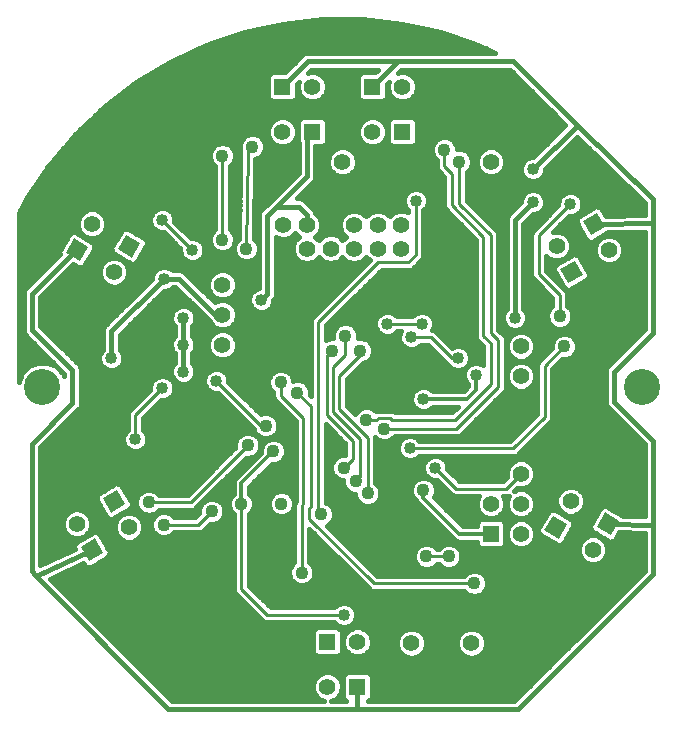
<source format=gbl>
G75*
G70*
%OFA0B0*%
%FSLAX24Y24*%
%IPPOS*%
%LPD*%
%AMOC8*
5,1,8,0,0,1.08239X$1,22.5*
%
%ADD10R,0.0555X0.0555*%
%ADD11C,0.0555*%
%ADD12C,0.0440*%
%ADD13R,0.0555X0.0555*%
%ADD14C,0.1200*%
%ADD15C,0.0160*%
%ADD16C,0.0120*%
%ADD17C,0.0436*%
%ADD18C,0.0100*%
%ADD19C,0.0400*%
D10*
X012930Y005780D03*
X013930Y004280D03*
X018380Y009380D03*
X015430Y022780D03*
X014430Y024280D03*
X012430Y022780D03*
X011430Y024280D03*
D11*
X012430Y024280D03*
X011430Y022780D03*
X013430Y021780D03*
X014430Y022780D03*
X015430Y024280D03*
X018380Y021780D03*
X020566Y018968D03*
X022317Y018835D03*
X019380Y015630D03*
X019380Y014630D03*
X019380Y013630D03*
X019380Y011380D03*
X018380Y011380D03*
X018380Y010380D03*
X019380Y010380D03*
X019380Y009380D03*
X021040Y010463D03*
X021780Y008847D03*
X017730Y005730D03*
X015730Y005730D03*
X013930Y005780D03*
X012930Y004280D03*
X006320Y009597D03*
X004580Y009713D03*
X009430Y015680D03*
X009430Y016680D03*
X009430Y017680D03*
X011461Y018886D03*
X011461Y019674D03*
X012249Y019674D03*
X013036Y019674D03*
X013036Y018886D03*
X012249Y018886D03*
X013824Y018886D03*
X014611Y018886D03*
X015399Y018886D03*
X015399Y019674D03*
X014611Y019674D03*
X013824Y019674D03*
X008430Y021780D03*
X005080Y019713D03*
X005820Y018097D03*
D12*
X010060Y010380D03*
X011397Y010380D03*
D13*
G36*
X005719Y010085D02*
X005442Y010564D01*
X005921Y010841D01*
X006198Y010362D01*
X005719Y010085D01*
G37*
G36*
X005181Y009225D02*
X005458Y008746D01*
X004979Y008469D01*
X004702Y008948D01*
X005181Y009225D01*
G37*
G36*
X004958Y018948D02*
X004681Y018469D01*
X004202Y018746D01*
X004479Y019225D01*
X004958Y018948D01*
G37*
G36*
X005942Y018862D02*
X006219Y019341D01*
X006698Y019064D01*
X006421Y018585D01*
X005942Y018862D01*
G37*
G36*
X020918Y009698D02*
X020641Y009219D01*
X020162Y009496D01*
X020439Y009975D01*
X020918Y009698D01*
G37*
G36*
X021902Y009612D02*
X022179Y010091D01*
X022658Y009814D01*
X022381Y009335D01*
X021902Y009612D01*
G37*
G36*
X021167Y018480D02*
X021444Y018001D01*
X020965Y017724D01*
X020688Y018203D01*
X021167Y018480D01*
G37*
G36*
X021716Y019323D02*
X021439Y019802D01*
X021918Y020079D01*
X022195Y019600D01*
X021716Y019323D01*
G37*
D14*
X023430Y014280D03*
X003430Y014280D03*
D15*
X005813Y005743D02*
X012453Y005743D01*
X012453Y005901D02*
X005655Y005901D01*
X005496Y006060D02*
X012453Y006060D01*
X012453Y006140D02*
X012453Y005420D01*
X012570Y005303D01*
X013290Y005303D01*
X013407Y005420D01*
X013407Y006140D01*
X013290Y006257D01*
X012570Y006257D01*
X012453Y006140D01*
X012530Y006218D02*
X005338Y006218D01*
X005179Y006377D02*
X013218Y006377D01*
X013253Y006341D02*
X013400Y006280D01*
X013560Y006280D01*
X013707Y006341D01*
X013819Y006453D01*
X013880Y006600D01*
X013880Y006760D01*
X013819Y006907D01*
X013707Y007019D01*
X013560Y007080D01*
X013400Y007080D01*
X013253Y007019D01*
X013164Y006930D01*
X011034Y006930D01*
X010310Y007654D01*
X010310Y010036D01*
X010416Y010142D01*
X010480Y010296D01*
X010480Y010464D01*
X010416Y010618D01*
X010320Y010714D01*
X010320Y010952D01*
X011080Y011712D01*
X011213Y011712D01*
X011367Y011776D01*
X011484Y011893D01*
X011548Y012047D01*
X011548Y012213D01*
X011484Y012367D01*
X011367Y012484D01*
X011213Y012548D01*
X011047Y012548D01*
X010893Y012484D01*
X010776Y012367D01*
X010712Y012213D01*
X010712Y012080D01*
X009913Y011280D01*
X009840Y011207D01*
X009800Y011112D01*
X009800Y010714D01*
X009704Y010618D01*
X009640Y010464D01*
X009640Y010296D01*
X009704Y010142D01*
X009810Y010036D01*
X009810Y007500D01*
X009848Y007408D01*
X009918Y007338D01*
X010788Y006468D01*
X010880Y006430D01*
X013164Y006430D01*
X013253Y006341D01*
X013330Y006218D02*
X013740Y006218D01*
X013660Y006185D02*
X013835Y006257D01*
X014025Y006257D01*
X014200Y006185D01*
X014335Y006050D01*
X014407Y005875D01*
X014407Y005685D01*
X014335Y005510D01*
X014200Y005375D01*
X014025Y005303D01*
X013835Y005303D01*
X013660Y005375D01*
X013525Y005510D01*
X013453Y005685D01*
X013453Y005875D01*
X013525Y006050D01*
X013660Y006185D01*
X013534Y006060D02*
X013407Y006060D01*
X013407Y005901D02*
X013463Y005901D01*
X013453Y005743D02*
X013407Y005743D01*
X013407Y005584D02*
X013494Y005584D01*
X013407Y005426D02*
X013609Y005426D01*
X014251Y005426D02*
X015359Y005426D01*
X015325Y005460D02*
X015253Y005635D01*
X015253Y005825D01*
X015325Y006000D01*
X015460Y006135D01*
X015635Y006207D01*
X015825Y006207D01*
X016000Y006135D01*
X016135Y006000D01*
X016207Y005825D01*
X016207Y005635D01*
X016135Y005460D01*
X016000Y005325D01*
X015825Y005253D01*
X015635Y005253D01*
X015460Y005325D01*
X015325Y005460D01*
X015274Y005584D02*
X014366Y005584D01*
X014407Y005743D02*
X015253Y005743D01*
X015284Y005901D02*
X014397Y005901D01*
X014326Y006060D02*
X015384Y006060D01*
X016076Y006060D02*
X017384Y006060D01*
X017325Y006000D02*
X017253Y005825D01*
X017253Y005635D01*
X017325Y005460D01*
X017460Y005325D01*
X017635Y005253D01*
X017825Y005253D01*
X018000Y005325D01*
X018135Y005460D01*
X018207Y005635D01*
X018207Y005825D01*
X018135Y006000D01*
X018000Y006135D01*
X017825Y006207D01*
X017635Y006207D01*
X017460Y006135D01*
X017325Y006000D01*
X017284Y005901D02*
X016176Y005901D01*
X016207Y005743D02*
X017253Y005743D01*
X017274Y005584D02*
X016186Y005584D01*
X016101Y005426D02*
X017359Y005426D01*
X017600Y005267D02*
X015860Y005267D01*
X015600Y005267D02*
X006289Y005267D01*
X006447Y005109D02*
X020463Y005109D01*
X020621Y005267D02*
X017860Y005267D01*
X018101Y005426D02*
X020780Y005426D01*
X020938Y005584D02*
X018186Y005584D01*
X018207Y005743D02*
X021097Y005743D01*
X021255Y005901D02*
X018176Y005901D01*
X018076Y006060D02*
X021414Y006060D01*
X021572Y006218D02*
X014120Y006218D01*
X013742Y006377D02*
X021731Y006377D01*
X021889Y006535D02*
X013853Y006535D01*
X013880Y006694D02*
X022048Y006694D01*
X022206Y006852D02*
X013842Y006852D01*
X013715Y007011D02*
X022365Y007011D01*
X022523Y007169D02*
X010795Y007169D01*
X010953Y007011D02*
X013245Y007011D01*
X014053Y007803D02*
X012394Y007803D01*
X012434Y007843D02*
X012498Y007997D01*
X012498Y008163D01*
X012434Y008317D01*
X012330Y008421D01*
X012330Y009526D01*
X014268Y007588D01*
X014338Y007518D01*
X014430Y007480D01*
X017489Y007480D01*
X017593Y007376D01*
X017747Y007312D01*
X017913Y007312D01*
X018067Y007376D01*
X018184Y007493D01*
X018248Y007647D01*
X018248Y007813D01*
X018184Y007967D01*
X018067Y008084D01*
X017913Y008148D01*
X017747Y008148D01*
X017593Y008084D01*
X017489Y007980D01*
X014584Y007980D01*
X012911Y009652D01*
X012967Y009676D01*
X013084Y009793D01*
X013148Y009947D01*
X013148Y010113D01*
X013084Y010267D01*
X012967Y010384D01*
X012880Y010420D01*
X012880Y013026D01*
X013530Y012376D01*
X013530Y011998D01*
X013397Y011998D01*
X013243Y011934D01*
X013126Y011817D01*
X013062Y011663D01*
X013062Y011497D01*
X013126Y011343D01*
X013243Y011226D01*
X013397Y011162D01*
X013462Y011162D01*
X013462Y011047D01*
X013526Y010893D01*
X013643Y010776D01*
X013797Y010712D01*
X013862Y010712D01*
X013862Y010647D01*
X013926Y010493D01*
X014043Y010376D01*
X014197Y010312D01*
X014363Y010312D01*
X014517Y010376D01*
X014634Y010493D01*
X014698Y010647D01*
X014698Y010813D01*
X014634Y010967D01*
X014530Y011071D01*
X014530Y012589D01*
X014593Y012526D01*
X014747Y012462D01*
X014913Y012462D01*
X015067Y012526D01*
X015171Y012630D01*
X017280Y012630D01*
X017372Y012668D01*
X018842Y014138D01*
X018880Y014230D01*
X018880Y015880D01*
X018842Y015972D01*
X018772Y016042D01*
X018630Y016184D01*
X018630Y019380D01*
X018592Y019472D01*
X018522Y019542D01*
X017580Y020484D01*
X017580Y021439D01*
X017684Y021543D01*
X017748Y021697D01*
X017748Y021863D01*
X017684Y022017D01*
X017567Y022134D01*
X017413Y022198D01*
X017248Y022198D01*
X017248Y022263D01*
X017184Y022417D01*
X017067Y022534D01*
X016913Y022598D01*
X016747Y022598D01*
X016593Y022534D01*
X016476Y022417D01*
X016412Y022263D01*
X016412Y022097D01*
X016476Y021943D01*
X016580Y021839D01*
X016580Y021580D01*
X016618Y021488D01*
X016830Y021276D01*
X016830Y020280D01*
X016868Y020188D01*
X016938Y020118D01*
X017880Y019176D01*
X017880Y015930D01*
X017918Y015838D01*
X018130Y015626D01*
X018130Y014996D01*
X018107Y015019D01*
X017960Y015080D01*
X017800Y015080D01*
X017653Y015019D01*
X017541Y014907D01*
X017480Y014760D01*
X017480Y014600D01*
X017541Y014453D01*
X017620Y014374D01*
X017620Y014288D01*
X017472Y014140D01*
X016436Y014140D01*
X016357Y014219D01*
X016210Y014280D01*
X016050Y014280D01*
X015903Y014219D01*
X015791Y014107D01*
X015730Y013960D01*
X015730Y013800D01*
X015791Y013653D01*
X015903Y013541D01*
X016050Y013480D01*
X016210Y013480D01*
X016357Y013541D01*
X016436Y013620D01*
X017266Y013620D01*
X017076Y013430D01*
X015184Y013430D01*
X015172Y013442D01*
X015080Y013480D01*
X014580Y013480D01*
X014539Y013463D01*
X014467Y013534D01*
X014313Y013598D01*
X014147Y013598D01*
X013993Y013534D01*
X013876Y013417D01*
X013852Y013361D01*
X013580Y013634D01*
X013580Y014526D01*
X014117Y015063D01*
X014267Y015126D01*
X014384Y015243D01*
X014448Y015397D01*
X014448Y015563D01*
X014384Y015717D01*
X014267Y015834D01*
X014113Y015898D01*
X013948Y015898D01*
X013948Y016063D01*
X013884Y016217D01*
X013767Y016334D01*
X013613Y016398D01*
X013447Y016398D01*
X013293Y016334D01*
X013176Y016217D01*
X013112Y016063D01*
X013112Y015898D01*
X012997Y015898D01*
X012880Y015850D01*
X012880Y016326D01*
X014734Y018180D01*
X015680Y018180D01*
X015772Y018218D01*
X016092Y018538D01*
X016130Y018630D01*
X016130Y020164D01*
X016219Y020253D01*
X016280Y020400D01*
X016280Y020560D01*
X016219Y020707D01*
X016107Y020819D01*
X015960Y020880D01*
X015800Y020880D01*
X015653Y020819D01*
X015541Y020707D01*
X015480Y020560D01*
X015480Y020400D01*
X015541Y020253D01*
X015630Y020164D01*
X015630Y020095D01*
X015493Y020151D01*
X015304Y020151D01*
X015128Y020078D01*
X015005Y019955D01*
X014882Y020078D01*
X014706Y020151D01*
X014516Y020151D01*
X014341Y020078D01*
X014217Y019955D01*
X014094Y020078D01*
X013919Y020151D01*
X013729Y020151D01*
X013553Y020078D01*
X013419Y019944D01*
X013346Y019769D01*
X013346Y019579D01*
X013419Y019403D01*
X013542Y019280D01*
X013430Y019168D01*
X013307Y019291D01*
X013131Y019364D01*
X012941Y019364D01*
X012766Y019291D01*
X012643Y019168D01*
X012530Y019280D01*
X012654Y019403D01*
X012726Y019579D01*
X012726Y019769D01*
X012654Y019944D01*
X012527Y020070D01*
X012486Y020170D01*
X012217Y020439D01*
X012139Y020517D01*
X012036Y020560D01*
X011906Y020560D01*
X012486Y021140D01*
X012529Y021243D01*
X012529Y022303D01*
X012790Y022303D01*
X012907Y022420D01*
X012907Y023140D01*
X012790Y023257D01*
X012070Y023257D01*
X011953Y023140D01*
X011953Y022420D01*
X011969Y022403D01*
X011969Y021415D01*
X011071Y020517D01*
X010693Y020139D01*
X010650Y020036D01*
X010650Y017580D01*
X010503Y017519D01*
X010391Y017407D01*
X010330Y017260D01*
X010330Y017100D01*
X010391Y016953D01*
X010503Y016841D01*
X010650Y016780D01*
X010810Y016780D01*
X010957Y016841D01*
X011069Y016953D01*
X011130Y017100D01*
X011130Y017184D01*
X011167Y017221D01*
X011210Y017324D01*
X011210Y019261D01*
X011367Y019196D01*
X011556Y019196D01*
X011732Y019269D01*
X011855Y019392D01*
X011967Y019280D01*
X011844Y019157D01*
X011771Y018981D01*
X011771Y018791D01*
X011844Y018616D01*
X011978Y018482D01*
X012154Y018409D01*
X012344Y018409D01*
X012519Y018482D01*
X012643Y018605D01*
X012766Y018482D01*
X012941Y018409D01*
X013131Y018409D01*
X013307Y018482D01*
X013430Y018605D01*
X013553Y018482D01*
X013729Y018409D01*
X013919Y018409D01*
X014094Y018482D01*
X014217Y018605D01*
X014334Y018488D01*
X012418Y016572D01*
X012380Y016480D01*
X012380Y013984D01*
X012348Y014015D01*
X012348Y014163D01*
X012284Y014317D01*
X012167Y014434D01*
X012013Y014498D01*
X011847Y014498D01*
X011798Y014478D01*
X011798Y014513D01*
X011734Y014667D01*
X011617Y014784D01*
X011463Y014848D01*
X011297Y014848D01*
X011143Y014784D01*
X011026Y014667D01*
X010962Y014513D01*
X010962Y014347D01*
X011026Y014193D01*
X011130Y014089D01*
X011130Y013930D01*
X011168Y013838D01*
X011238Y013768D01*
X011880Y013126D01*
X011880Y010484D01*
X011868Y010472D01*
X011830Y010380D01*
X011830Y008421D01*
X011726Y008317D01*
X011662Y008163D01*
X011662Y007997D01*
X011726Y007843D01*
X011843Y007726D01*
X011997Y007662D01*
X012163Y007662D01*
X012317Y007726D01*
X012434Y007843D01*
X012483Y007962D02*
X013895Y007962D01*
X013736Y008120D02*
X012498Y008120D01*
X012450Y008279D02*
X013578Y008279D01*
X013419Y008437D02*
X012330Y008437D01*
X012330Y008596D02*
X013261Y008596D01*
X013102Y008754D02*
X012330Y008754D01*
X012330Y008913D02*
X012944Y008913D01*
X012785Y009071D02*
X012330Y009071D01*
X012330Y009230D02*
X012627Y009230D01*
X012468Y009388D02*
X012330Y009388D01*
X011830Y009388D02*
X010310Y009388D01*
X010310Y009230D02*
X011830Y009230D01*
X011830Y009071D02*
X010310Y009071D01*
X010310Y008913D02*
X011830Y008913D01*
X011830Y008754D02*
X010310Y008754D01*
X010310Y008596D02*
X011830Y008596D01*
X011830Y008437D02*
X010310Y008437D01*
X010310Y008279D02*
X011710Y008279D01*
X011662Y008120D02*
X010310Y008120D01*
X010310Y007962D02*
X011677Y007962D01*
X011766Y007803D02*
X010310Y007803D01*
X010319Y007645D02*
X014212Y007645D01*
X014416Y007486D02*
X010478Y007486D01*
X010636Y007328D02*
X017709Y007328D01*
X017951Y007328D02*
X022682Y007328D01*
X022840Y007486D02*
X018177Y007486D01*
X018247Y007645D02*
X022999Y007645D01*
X023157Y007803D02*
X018248Y007803D01*
X018187Y007962D02*
X023316Y007962D01*
X023474Y008120D02*
X017981Y008120D01*
X017679Y008120D02*
X014444Y008120D01*
X014285Y008279D02*
X015990Y008279D01*
X015993Y008276D02*
X016147Y008212D01*
X016313Y008212D01*
X016467Y008276D01*
X016571Y008380D01*
X016639Y008380D01*
X016743Y008276D01*
X016897Y008212D01*
X017063Y008212D01*
X017217Y008276D01*
X017334Y008393D01*
X017398Y008547D01*
X017398Y008713D01*
X017334Y008867D01*
X017217Y008984D01*
X017063Y009048D01*
X016897Y009048D01*
X016743Y008984D01*
X016639Y008880D01*
X016571Y008880D01*
X016467Y008984D01*
X016313Y009048D01*
X016147Y009048D01*
X015993Y008984D01*
X015876Y008867D01*
X015812Y008713D01*
X015812Y008547D01*
X015876Y008393D01*
X015993Y008276D01*
X015857Y008437D02*
X014127Y008437D01*
X013968Y008596D02*
X015812Y008596D01*
X015829Y008754D02*
X013810Y008754D01*
X013651Y008913D02*
X015921Y008913D01*
X016539Y008913D02*
X016671Y008913D01*
X017113Y009230D02*
X013334Y009230D01*
X013176Y009388D02*
X016954Y009388D01*
X016796Y009547D02*
X013017Y009547D01*
X012996Y009705D02*
X016637Y009705D01*
X016479Y009864D02*
X013114Y009864D01*
X013148Y010022D02*
X016320Y010022D01*
X016162Y010181D02*
X013120Y010181D01*
X013012Y010339D02*
X014131Y010339D01*
X013924Y010498D02*
X012880Y010498D01*
X012880Y010656D02*
X013862Y010656D01*
X013604Y010815D02*
X012880Y010815D01*
X012880Y010973D02*
X013492Y010973D01*
X013462Y011132D02*
X012880Y011132D01*
X012880Y011290D02*
X013179Y011290D01*
X013082Y011449D02*
X012880Y011449D01*
X012880Y011607D02*
X013062Y011607D01*
X013104Y011766D02*
X012880Y011766D01*
X012880Y011924D02*
X013233Y011924D01*
X013530Y012083D02*
X012880Y012083D01*
X012880Y012241D02*
X013530Y012241D01*
X013507Y012400D02*
X012880Y012400D01*
X012880Y012558D02*
X013348Y012558D01*
X013190Y012717D02*
X012880Y012717D01*
X012880Y012875D02*
X013031Y012875D01*
X013705Y013509D02*
X013968Y013509D01*
X013580Y013668D02*
X015785Y013668D01*
X015730Y013826D02*
X013580Y013826D01*
X013580Y013985D02*
X015740Y013985D01*
X015827Y014143D02*
X013580Y014143D01*
X013580Y014302D02*
X017620Y014302D01*
X017538Y014460D02*
X013580Y014460D01*
X013672Y014619D02*
X017480Y014619D01*
X017487Y014777D02*
X013831Y014777D01*
X013989Y014936D02*
X017009Y014936D01*
X017053Y014891D02*
X017200Y014830D01*
X017360Y014830D01*
X017507Y014891D01*
X017619Y015003D01*
X017680Y015150D01*
X017680Y015310D01*
X017619Y015457D01*
X017507Y015569D01*
X017360Y015630D01*
X017200Y015630D01*
X017082Y015581D01*
X016522Y016142D01*
X016430Y016180D01*
X016480Y016300D01*
X016480Y016460D01*
X016419Y016607D01*
X016307Y016719D01*
X016160Y016780D01*
X016000Y016780D01*
X015853Y016719D01*
X015764Y016630D01*
X015246Y016630D01*
X015157Y016719D01*
X015010Y016780D01*
X014850Y016780D01*
X014703Y016719D01*
X014591Y016607D01*
X014530Y016460D01*
X014530Y016300D01*
X014591Y016153D01*
X014703Y016041D01*
X014850Y015980D01*
X015010Y015980D01*
X015157Y016041D01*
X015246Y016130D01*
X015380Y016130D01*
X015330Y016010D01*
X015330Y015850D01*
X015391Y015703D01*
X015503Y015591D01*
X015650Y015530D01*
X015810Y015530D01*
X015957Y015591D01*
X016046Y015680D01*
X016276Y015680D01*
X016932Y015024D01*
X016941Y015003D01*
X017053Y014891D01*
X016862Y015094D02*
X014191Y015094D01*
X014388Y015253D02*
X016704Y015253D01*
X016545Y015411D02*
X014448Y015411D01*
X014445Y015570D02*
X015555Y015570D01*
X015381Y015728D02*
X014373Y015728D01*
X014141Y015887D02*
X015330Y015887D01*
X015345Y016045D02*
X015161Y016045D01*
X014699Y016045D02*
X013948Y016045D01*
X013890Y016204D02*
X014570Y016204D01*
X014530Y016362D02*
X013700Y016362D01*
X013360Y016362D02*
X012916Y016362D01*
X012880Y016204D02*
X013170Y016204D01*
X013112Y016045D02*
X012880Y016045D01*
X012880Y015887D02*
X012969Y015887D01*
X012380Y015887D02*
X009861Y015887D01*
X009835Y015950D02*
X009700Y016085D01*
X009525Y016157D01*
X009335Y016157D01*
X009160Y016085D01*
X009025Y015950D01*
X008953Y015775D01*
X008953Y015585D01*
X009025Y015410D01*
X009160Y015275D01*
X009335Y015203D01*
X009525Y015203D01*
X009700Y015275D01*
X009835Y015410D01*
X009907Y015585D01*
X009907Y015775D01*
X009835Y015950D01*
X009740Y016045D02*
X012380Y016045D01*
X012380Y016204D02*
X009527Y016204D01*
X009525Y016203D02*
X009700Y016275D01*
X009835Y016410D01*
X009907Y016585D01*
X009907Y016775D01*
X009835Y016950D01*
X009700Y017085D01*
X009525Y017157D01*
X009335Y017157D01*
X009168Y017088D01*
X008217Y018039D01*
X008139Y018117D01*
X008036Y018160D01*
X007766Y018160D01*
X007707Y018219D01*
X007560Y018280D01*
X007400Y018280D01*
X007253Y018219D01*
X007141Y018107D01*
X007080Y017960D01*
X007080Y017876D01*
X005493Y016289D01*
X005450Y016186D01*
X005450Y015516D01*
X005391Y015457D01*
X005330Y015310D01*
X005330Y015150D01*
X005391Y015003D01*
X005503Y014891D01*
X005650Y014830D01*
X005810Y014830D01*
X005957Y014891D01*
X006069Y015003D01*
X006130Y015150D01*
X006130Y015310D01*
X006069Y015457D01*
X006010Y015516D01*
X006010Y016014D01*
X007476Y017480D01*
X007560Y017480D01*
X007707Y017541D01*
X007766Y017600D01*
X007864Y017600D01*
X008943Y016521D01*
X009005Y016460D01*
X009025Y016410D01*
X009160Y016275D01*
X009335Y016203D01*
X009525Y016203D01*
X009333Y016204D02*
X008410Y016204D01*
X008410Y016294D02*
X008410Y015966D01*
X008469Y015907D01*
X008530Y015760D01*
X008530Y015600D01*
X008469Y015453D01*
X008411Y015395D01*
X008411Y015385D01*
X008411Y015384D01*
X008411Y015329D01*
X008412Y015274D01*
X008411Y015273D01*
X008411Y015067D01*
X008470Y015008D01*
X008531Y014861D01*
X008531Y014702D01*
X008470Y014555D01*
X008358Y014442D01*
X008211Y014381D01*
X008052Y014381D01*
X007905Y014442D01*
X007792Y014555D01*
X007731Y014702D01*
X007731Y014861D01*
X007792Y015008D01*
X007851Y015067D01*
X007851Y015328D01*
X007851Y015393D01*
X007791Y015453D01*
X007730Y015600D01*
X007730Y015760D01*
X007791Y015907D01*
X007850Y015966D01*
X007850Y016294D01*
X007791Y016353D01*
X007730Y016500D01*
X007730Y016660D01*
X007791Y016807D01*
X007903Y016919D01*
X008050Y016980D01*
X008210Y016980D01*
X008357Y016919D01*
X008469Y016807D01*
X008530Y016660D01*
X008530Y016500D01*
X008469Y016353D01*
X008410Y016294D01*
X008473Y016362D02*
X009073Y016362D01*
X008943Y016521D02*
X008530Y016521D01*
X008522Y016679D02*
X008785Y016679D01*
X008626Y016838D02*
X008438Y016838D01*
X008468Y016996D02*
X006992Y016996D01*
X006834Y016838D02*
X007822Y016838D01*
X007738Y016679D02*
X006675Y016679D01*
X006517Y016521D02*
X007730Y016521D01*
X007787Y016362D02*
X006358Y016362D01*
X006200Y016204D02*
X007850Y016204D01*
X007850Y016045D02*
X006041Y016045D01*
X006010Y015887D02*
X007783Y015887D01*
X007730Y015728D02*
X006010Y015728D01*
X006010Y015570D02*
X007743Y015570D01*
X007833Y015411D02*
X006088Y015411D01*
X006130Y015253D02*
X007851Y015253D01*
X007851Y015094D02*
X006107Y015094D01*
X006001Y014936D02*
X007762Y014936D01*
X007731Y014777D02*
X004710Y014777D01*
X004710Y014886D02*
X004667Y014989D01*
X003360Y016296D01*
X003360Y017264D01*
X004461Y018365D01*
X004653Y018253D01*
X004813Y018296D01*
X005174Y018920D01*
X005131Y019080D01*
X004507Y019441D01*
X004347Y019398D01*
X003986Y018774D01*
X004006Y018702D01*
X002843Y017539D01*
X002800Y017436D01*
X002800Y016124D01*
X002843Y016021D01*
X002921Y015943D01*
X004150Y014714D01*
X004150Y014632D01*
X004108Y014733D01*
X003883Y014958D01*
X003589Y015080D01*
X003271Y015080D01*
X002977Y014958D01*
X002752Y014733D01*
X002633Y014447D01*
X002633Y020085D01*
X002932Y020613D01*
X003678Y021709D01*
X004537Y022719D01*
X005500Y023630D01*
X006557Y024432D01*
X007693Y025115D01*
X008897Y025671D01*
X010154Y026094D01*
X011449Y026379D01*
X012767Y026522D01*
X014093Y026522D01*
X015411Y026379D01*
X016706Y026094D01*
X017963Y025671D01*
X018528Y025410D01*
X012224Y025410D01*
X012121Y025367D01*
X012043Y025289D01*
X011511Y024757D01*
X011070Y024757D01*
X010953Y024640D01*
X010953Y023920D01*
X011070Y023803D01*
X011790Y023803D01*
X011907Y023920D01*
X011907Y024361D01*
X011975Y024429D01*
X011953Y024375D01*
X011953Y024185D01*
X012025Y024010D01*
X012160Y023875D01*
X012335Y023803D01*
X012525Y023803D01*
X012700Y023875D01*
X012835Y024010D01*
X012907Y024185D01*
X012907Y024375D01*
X012835Y024550D01*
X012700Y024685D01*
X012525Y024757D01*
X012335Y024757D01*
X012281Y024735D01*
X012396Y024850D01*
X014604Y024850D01*
X014511Y024757D01*
X014070Y024757D01*
X013953Y024640D01*
X013953Y023920D01*
X014070Y023803D01*
X014790Y023803D01*
X014907Y023920D01*
X014907Y024361D01*
X014975Y024429D01*
X014953Y024375D01*
X014953Y024185D01*
X015025Y024010D01*
X015160Y023875D01*
X015335Y023803D01*
X015525Y023803D01*
X015700Y023875D01*
X015835Y024010D01*
X015907Y024185D01*
X015907Y024375D01*
X015835Y024550D01*
X015700Y024685D01*
X015525Y024757D01*
X015335Y024757D01*
X015281Y024735D01*
X015396Y024850D01*
X019014Y024850D01*
X020393Y023471D01*
X020394Y023469D01*
X020433Y023431D01*
X020471Y023393D01*
X020472Y023392D01*
X020584Y023283D01*
X020861Y023007D01*
X019784Y021930D01*
X019700Y021930D01*
X019553Y021869D01*
X019441Y021757D01*
X019380Y021610D01*
X019380Y021450D01*
X019441Y021303D01*
X019553Y021191D01*
X019700Y021130D01*
X019860Y021130D01*
X020007Y021191D01*
X020119Y021303D01*
X020180Y021450D01*
X020180Y021534D01*
X021259Y022613D01*
X023500Y020413D01*
X023500Y020006D01*
X022203Y019987D01*
X022050Y020252D01*
X021890Y020295D01*
X021266Y019935D01*
X021223Y019775D01*
X021584Y019151D01*
X021744Y019108D01*
X022299Y019428D01*
X023500Y019446D01*
X023500Y016196D01*
X022321Y015017D01*
X022243Y014939D01*
X022200Y014836D01*
X022200Y013724D01*
X022243Y013621D01*
X023500Y012364D01*
X023500Y009966D01*
X022768Y009982D01*
X022207Y010307D01*
X022047Y010264D01*
X021686Y009640D01*
X021729Y009480D01*
X022353Y009119D01*
X022513Y009162D01*
X022665Y009424D01*
X023500Y009406D01*
X023500Y008146D01*
X019164Y003810D01*
X014298Y003810D01*
X014407Y003920D01*
X014407Y004640D01*
X014290Y004757D01*
X013570Y004757D01*
X013453Y004640D01*
X013453Y003920D01*
X013562Y003810D01*
X013043Y003810D01*
X013200Y003875D01*
X013335Y004010D01*
X013407Y004185D01*
X013407Y004375D01*
X013335Y004550D01*
X013200Y004685D01*
X013025Y004757D01*
X012835Y004757D01*
X012660Y004685D01*
X012525Y004550D01*
X012453Y004375D01*
X012453Y004185D01*
X012525Y004010D01*
X012660Y003875D01*
X012817Y003810D01*
X007746Y003810D01*
X003683Y007873D01*
X004788Y008398D01*
X004847Y008296D01*
X005007Y008253D01*
X005631Y008614D01*
X005674Y008774D01*
X005313Y009398D01*
X005153Y009441D01*
X004529Y009080D01*
X004486Y008920D01*
X004507Y008884D01*
X003360Y008339D01*
X003360Y012264D01*
X004589Y013493D01*
X004667Y013571D01*
X004710Y013674D01*
X004710Y014886D01*
X004689Y014936D02*
X005459Y014936D01*
X005353Y015094D02*
X004562Y015094D01*
X004403Y015253D02*
X005330Y015253D01*
X005372Y015411D02*
X004245Y015411D01*
X004086Y015570D02*
X005450Y015570D01*
X005450Y015728D02*
X003928Y015728D01*
X003769Y015887D02*
X005450Y015887D01*
X005450Y016045D02*
X003611Y016045D01*
X003452Y016204D02*
X005457Y016204D01*
X005566Y016362D02*
X003360Y016362D01*
X003360Y016521D02*
X005725Y016521D01*
X005883Y016679D02*
X003360Y016679D01*
X003360Y016838D02*
X006042Y016838D01*
X006200Y016996D02*
X003360Y016996D01*
X003360Y017155D02*
X006359Y017155D01*
X006517Y017313D02*
X003409Y017313D01*
X003568Y017472D02*
X006676Y017472D01*
X006834Y017630D02*
X005940Y017630D01*
X005915Y017620D02*
X006090Y017692D01*
X006225Y017827D01*
X006297Y018002D01*
X006297Y018192D01*
X006225Y018367D01*
X006090Y018502D01*
X005915Y018574D01*
X005725Y018574D01*
X005550Y018502D01*
X005415Y018367D01*
X005343Y018192D01*
X005343Y018002D01*
X005415Y017827D01*
X005550Y017692D01*
X005725Y017620D01*
X005915Y017620D01*
X005700Y017630D02*
X003726Y017630D01*
X003885Y017789D02*
X005453Y017789D01*
X005365Y017947D02*
X004043Y017947D01*
X004202Y018106D02*
X005343Y018106D01*
X005372Y018264D02*
X004693Y018264D01*
X004635Y018264D02*
X004360Y018264D01*
X003885Y018581D02*
X002633Y018581D01*
X002633Y018423D02*
X003727Y018423D01*
X003568Y018264D02*
X002633Y018264D01*
X002633Y018106D02*
X003410Y018106D01*
X003251Y017947D02*
X002633Y017947D01*
X002633Y017789D02*
X003093Y017789D01*
X002934Y017630D02*
X002633Y017630D01*
X002633Y017472D02*
X002815Y017472D01*
X002800Y017313D02*
X002633Y017313D01*
X002633Y017155D02*
X002800Y017155D01*
X002800Y016996D02*
X002633Y016996D01*
X002633Y016838D02*
X002800Y016838D01*
X002800Y016679D02*
X002633Y016679D01*
X002633Y016521D02*
X002800Y016521D01*
X002800Y016362D02*
X002633Y016362D01*
X002633Y016204D02*
X002800Y016204D01*
X002833Y016045D02*
X002633Y016045D01*
X002633Y015887D02*
X002977Y015887D01*
X003136Y015728D02*
X002633Y015728D01*
X002633Y015570D02*
X003294Y015570D01*
X003453Y015411D02*
X002633Y015411D01*
X002633Y015253D02*
X003611Y015253D01*
X003770Y015094D02*
X002633Y015094D01*
X002633Y014936D02*
X002954Y014936D01*
X002796Y014777D02*
X002633Y014777D01*
X002633Y014619D02*
X002704Y014619D01*
X002639Y014460D02*
X002633Y014460D01*
X003906Y014936D02*
X003928Y014936D01*
X004064Y014777D02*
X004087Y014777D01*
X004430Y014830D02*
X003080Y016180D01*
X003080Y017380D01*
X004547Y018847D01*
X004150Y019057D02*
X002633Y019057D01*
X002633Y019215D02*
X004241Y019215D01*
X004333Y019374D02*
X002633Y019374D01*
X002633Y019532D02*
X004638Y019532D01*
X004603Y019618D02*
X004675Y019443D01*
X004810Y019308D01*
X004985Y019236D01*
X005175Y019236D01*
X005350Y019308D01*
X005485Y019443D01*
X005557Y019618D01*
X005557Y019808D01*
X005485Y019983D01*
X005350Y020118D01*
X005175Y020190D01*
X004985Y020190D01*
X004810Y020118D01*
X004675Y019983D01*
X004603Y019808D01*
X004603Y019618D01*
X004603Y019691D02*
X002633Y019691D01*
X002633Y019849D02*
X004620Y019849D01*
X004699Y020008D02*
X002633Y020008D01*
X002679Y020166D02*
X004926Y020166D01*
X005234Y020166D02*
X007200Y020166D01*
X007203Y020169D02*
X007091Y020057D01*
X007030Y019910D01*
X007030Y019750D01*
X007091Y019603D01*
X007203Y019491D01*
X007350Y019430D01*
X007476Y019430D01*
X008030Y018876D01*
X008030Y018750D01*
X008091Y018603D01*
X008203Y018491D01*
X008350Y018430D01*
X008510Y018430D01*
X008657Y018491D01*
X008769Y018603D01*
X008830Y018750D01*
X008830Y018910D01*
X008769Y019057D01*
X008657Y019169D01*
X008510Y019230D01*
X008384Y019230D01*
X007830Y019784D01*
X007830Y019910D01*
X007769Y020057D01*
X007657Y020169D01*
X007510Y020230D01*
X007350Y020230D01*
X007203Y020169D01*
X007071Y020008D02*
X005461Y020008D01*
X005540Y019849D02*
X007030Y019849D01*
X007055Y019691D02*
X005557Y019691D01*
X005522Y019532D02*
X006155Y019532D01*
X006087Y019514D02*
X005726Y018890D01*
X005769Y018730D01*
X006393Y018369D01*
X006553Y018412D01*
X006914Y019036D01*
X006871Y019196D01*
X006247Y019557D01*
X006087Y019514D01*
X006006Y019374D02*
X005416Y019374D01*
X005137Y019057D02*
X005823Y019057D01*
X005914Y019215D02*
X004897Y019215D01*
X004744Y019374D02*
X004623Y019374D01*
X005161Y018898D02*
X005731Y018898D01*
X005767Y018740D02*
X005069Y018740D01*
X004978Y018581D02*
X006027Y018581D01*
X006170Y018423D02*
X006301Y018423D01*
X006268Y018264D02*
X007362Y018264D01*
X007598Y018264D02*
X010650Y018264D01*
X010650Y018106D02*
X009650Y018106D01*
X009700Y018085D02*
X009525Y018157D01*
X009335Y018157D01*
X009160Y018085D01*
X009025Y017950D01*
X008953Y017775D01*
X008953Y017585D01*
X009025Y017410D01*
X009160Y017275D01*
X009335Y017203D01*
X009525Y017203D01*
X009700Y017275D01*
X009835Y017410D01*
X009907Y017585D01*
X009907Y017775D01*
X009835Y017950D01*
X009700Y018085D01*
X009836Y017947D02*
X010650Y017947D01*
X010650Y017789D02*
X009902Y017789D01*
X009907Y017630D02*
X010650Y017630D01*
X010456Y017472D02*
X009860Y017472D01*
X009738Y017313D02*
X010352Y017313D01*
X010330Y017155D02*
X009532Y017155D01*
X009328Y017155D02*
X009101Y017155D01*
X009122Y017313D02*
X008943Y017313D01*
X009000Y017472D02*
X008784Y017472D01*
X008626Y017630D02*
X008953Y017630D01*
X008958Y017789D02*
X008467Y017789D01*
X008309Y017947D02*
X009024Y017947D01*
X009210Y018106D02*
X008150Y018106D01*
X007980Y017880D02*
X007480Y017880D01*
X005730Y016130D01*
X005730Y015230D01*
X004710Y014619D02*
X007323Y014619D01*
X007350Y014630D02*
X007203Y014569D01*
X007091Y014457D01*
X007030Y014310D01*
X007030Y014184D01*
X006318Y013472D01*
X006280Y013380D01*
X006280Y012846D01*
X006191Y012757D01*
X006130Y012610D01*
X006130Y012450D01*
X006191Y012303D01*
X006303Y012191D01*
X006450Y012130D01*
X006610Y012130D01*
X006757Y012191D01*
X006869Y012303D01*
X006930Y012450D01*
X006930Y012610D01*
X006869Y012757D01*
X006780Y012846D01*
X006780Y013226D01*
X007384Y013830D01*
X007510Y013830D01*
X007657Y013891D01*
X007769Y014003D01*
X007830Y014150D01*
X007830Y014310D01*
X007769Y014457D01*
X007657Y014569D01*
X007510Y014630D01*
X007350Y014630D01*
X007537Y014619D02*
X007766Y014619D01*
X007766Y014460D02*
X007887Y014460D01*
X007830Y014302D02*
X008871Y014302D01*
X008891Y014253D02*
X009003Y014141D01*
X009150Y014080D01*
X009276Y014080D01*
X010463Y012893D01*
X010526Y012743D01*
X010643Y012626D01*
X010797Y012562D01*
X010963Y012562D01*
X011117Y012626D01*
X011234Y012743D01*
X011298Y012897D01*
X011298Y013063D01*
X011234Y013217D01*
X011117Y013334D01*
X010963Y013398D01*
X010797Y013398D01*
X010704Y013360D01*
X009630Y014434D01*
X009630Y014560D01*
X009569Y014707D01*
X009457Y014819D01*
X009310Y014880D01*
X009150Y014880D01*
X009003Y014819D01*
X008891Y014707D01*
X008830Y014560D01*
X008830Y014400D01*
X008891Y014253D01*
X009001Y014143D02*
X007827Y014143D01*
X007750Y013985D02*
X009372Y013985D01*
X009530Y013826D02*
X007380Y013826D01*
X007221Y013668D02*
X009689Y013668D01*
X009847Y013509D02*
X007063Y013509D01*
X006904Y013351D02*
X010006Y013351D01*
X010164Y013192D02*
X006780Y013192D01*
X006780Y013034D02*
X010323Y013034D01*
X010471Y012875D02*
X006780Y012875D01*
X006886Y012717D02*
X010121Y012717D01*
X010197Y012748D02*
X010043Y012684D01*
X009926Y012567D01*
X009862Y012413D01*
X009862Y012265D01*
X008276Y010680D01*
X007321Y010680D01*
X007217Y010784D01*
X007063Y010848D01*
X006897Y010848D01*
X006743Y010784D01*
X006626Y010667D01*
X006562Y010513D01*
X006562Y010347D01*
X006626Y010193D01*
X006743Y010076D01*
X006897Y010012D01*
X007063Y010012D01*
X007217Y010076D01*
X007321Y010180D01*
X008430Y010180D01*
X008522Y010218D01*
X008592Y010288D01*
X010215Y011912D01*
X010363Y011912D01*
X010517Y011976D01*
X010634Y012093D01*
X010698Y012247D01*
X010698Y012413D01*
X010634Y012567D01*
X010517Y012684D01*
X010363Y012748D01*
X010197Y012748D01*
X010439Y012717D02*
X010552Y012717D01*
X010638Y012558D02*
X011880Y012558D01*
X011880Y012400D02*
X011452Y012400D01*
X011537Y012241D02*
X011880Y012241D01*
X011880Y012083D02*
X011548Y012083D01*
X011497Y011924D02*
X011880Y011924D01*
X011880Y011766D02*
X011343Y011766D01*
X010975Y011607D02*
X011880Y011607D01*
X011880Y011449D02*
X010816Y011449D01*
X010658Y011290D02*
X011880Y011290D01*
X011880Y011132D02*
X010499Y011132D01*
X010341Y010973D02*
X011880Y010973D01*
X011880Y010815D02*
X010320Y010815D01*
X010378Y010656D02*
X011079Y010656D01*
X011041Y010618D02*
X010977Y010464D01*
X010977Y010296D01*
X011041Y010142D01*
X011159Y010024D01*
X011313Y009960D01*
X011481Y009960D01*
X011635Y010024D01*
X011753Y010142D01*
X011817Y010296D01*
X011817Y010464D01*
X011753Y010618D01*
X011635Y010736D01*
X011481Y010800D01*
X011313Y010800D01*
X011159Y010736D01*
X011041Y010618D01*
X010991Y010498D02*
X010466Y010498D01*
X010480Y010339D02*
X010977Y010339D01*
X011025Y010181D02*
X010432Y010181D01*
X010310Y010022D02*
X011164Y010022D01*
X011630Y010022D02*
X011830Y010022D01*
X011830Y009864D02*
X010310Y009864D01*
X010310Y009705D02*
X011830Y009705D01*
X011830Y009547D02*
X010310Y009547D01*
X009810Y009547D02*
X008850Y009547D01*
X008772Y009468D02*
X009015Y009712D01*
X009163Y009712D01*
X009317Y009776D01*
X009434Y009893D01*
X009498Y010047D01*
X009498Y010213D01*
X009434Y010367D01*
X009317Y010484D01*
X009163Y010548D01*
X008997Y010548D01*
X008843Y010484D01*
X008726Y010367D01*
X008662Y010213D01*
X008662Y010065D01*
X008526Y009930D01*
X007821Y009930D01*
X007717Y010034D01*
X007563Y010098D01*
X007397Y010098D01*
X007243Y010034D01*
X007126Y009917D01*
X007062Y009763D01*
X007062Y009597D01*
X007126Y009443D01*
X007243Y009326D01*
X007397Y009262D01*
X007563Y009262D01*
X007717Y009326D01*
X007821Y009430D01*
X008680Y009430D01*
X008772Y009468D01*
X009009Y009705D02*
X009810Y009705D01*
X009810Y009864D02*
X009405Y009864D01*
X009488Y010022D02*
X009810Y010022D01*
X009688Y010181D02*
X009498Y010181D01*
X009446Y010339D02*
X009640Y010339D01*
X009654Y010498D02*
X009285Y010498D01*
X009118Y010815D02*
X009800Y010815D01*
X009800Y010973D02*
X009277Y010973D01*
X009435Y011132D02*
X009808Y011132D01*
X009922Y011290D02*
X009594Y011290D01*
X009752Y011449D02*
X010081Y011449D01*
X010239Y011607D02*
X009911Y011607D01*
X010069Y011766D02*
X010398Y011766D01*
X010392Y011924D02*
X010556Y011924D01*
X010624Y012083D02*
X010712Y012083D01*
X010696Y012241D02*
X010723Y012241D01*
X010698Y012400D02*
X010808Y012400D01*
X011208Y012717D02*
X011880Y012717D01*
X011880Y012875D02*
X011289Y012875D01*
X011298Y013034D02*
X011880Y013034D01*
X011814Y013192D02*
X011245Y013192D01*
X011078Y013351D02*
X011656Y013351D01*
X011497Y013509D02*
X010555Y013509D01*
X010396Y013668D02*
X011339Y013668D01*
X011180Y013826D02*
X010238Y013826D01*
X010079Y013985D02*
X011130Y013985D01*
X011076Y014143D02*
X009921Y014143D01*
X009762Y014302D02*
X010981Y014302D01*
X010962Y014460D02*
X009630Y014460D01*
X009606Y014619D02*
X011006Y014619D01*
X011136Y014777D02*
X009499Y014777D01*
X009646Y015253D02*
X012380Y015253D01*
X012380Y015411D02*
X009835Y015411D01*
X009901Y015570D02*
X012380Y015570D01*
X012380Y015728D02*
X009907Y015728D01*
X009787Y016362D02*
X012380Y016362D01*
X012397Y016521D02*
X009881Y016521D01*
X009907Y016679D02*
X012525Y016679D01*
X012684Y016838D02*
X010948Y016838D01*
X011087Y016996D02*
X012842Y016996D01*
X013001Y017155D02*
X011130Y017155D01*
X011205Y017313D02*
X013159Y017313D01*
X013318Y017472D02*
X011210Y017472D01*
X011210Y017630D02*
X013476Y017630D01*
X013635Y017789D02*
X011210Y017789D01*
X011210Y017947D02*
X013793Y017947D01*
X013952Y018106D02*
X011210Y018106D01*
X011210Y018264D02*
X014110Y018264D01*
X013952Y018423D02*
X014269Y018423D01*
X014241Y018581D02*
X014194Y018581D01*
X013696Y018423D02*
X013164Y018423D01*
X012908Y018423D02*
X012377Y018423D01*
X012121Y018423D02*
X011210Y018423D01*
X011210Y018581D02*
X011879Y018581D01*
X011793Y018740D02*
X011210Y018740D01*
X011210Y018898D02*
X011771Y018898D01*
X011803Y019057D02*
X011210Y019057D01*
X011210Y019215D02*
X011321Y019215D01*
X011602Y019215D02*
X011902Y019215D01*
X011874Y019374D02*
X011837Y019374D01*
X012249Y019674D02*
X012249Y020011D01*
X011980Y020280D01*
X011230Y020280D01*
X012249Y021299D01*
X012249Y022599D01*
X012430Y022780D01*
X012870Y023178D02*
X014152Y023178D01*
X014160Y023185D02*
X014025Y023050D01*
X013953Y022875D01*
X013953Y022685D01*
X014025Y022510D01*
X014160Y022375D01*
X014335Y022303D01*
X014525Y022303D01*
X014700Y022375D01*
X014835Y022510D01*
X014907Y022685D01*
X014907Y022875D01*
X014835Y023050D01*
X014700Y023185D01*
X014525Y023257D01*
X014335Y023257D01*
X014160Y023185D01*
X014012Y023019D02*
X012907Y023019D01*
X012907Y022861D02*
X013953Y022861D01*
X013953Y022702D02*
X012907Y022702D01*
X012907Y022544D02*
X014011Y022544D01*
X014150Y022385D02*
X012873Y022385D01*
X013160Y022185D02*
X013025Y022050D01*
X012953Y021875D01*
X012953Y021685D01*
X013025Y021510D01*
X013160Y021375D01*
X013335Y021303D01*
X013525Y021303D01*
X013700Y021375D01*
X013835Y021510D01*
X013907Y021685D01*
X013907Y021875D01*
X013835Y022050D01*
X013700Y022185D01*
X013525Y022257D01*
X013335Y022257D01*
X013160Y022185D01*
X013260Y022227D02*
X012529Y022227D01*
X012529Y022068D02*
X013043Y022068D01*
X012967Y021910D02*
X012529Y021910D01*
X012529Y021751D02*
X012953Y021751D01*
X012991Y021593D02*
X012529Y021593D01*
X012529Y021434D02*
X013101Y021434D01*
X012529Y021276D02*
X016830Y021276D01*
X016830Y021117D02*
X012463Y021117D01*
X012305Y020959D02*
X016830Y020959D01*
X016830Y020800D02*
X016126Y020800D01*
X016246Y020642D02*
X016830Y020642D01*
X016830Y020483D02*
X016280Y020483D01*
X016249Y020325D02*
X016830Y020325D01*
X016890Y020166D02*
X016132Y020166D01*
X016130Y020008D02*
X017049Y020008D01*
X017207Y019849D02*
X016130Y019849D01*
X016130Y019691D02*
X017366Y019691D01*
X017524Y019532D02*
X016130Y019532D01*
X016130Y019374D02*
X017683Y019374D01*
X017841Y019215D02*
X016130Y019215D01*
X016130Y019057D02*
X017880Y019057D01*
X017880Y018898D02*
X016130Y018898D01*
X016130Y018740D02*
X017880Y018740D01*
X017880Y018581D02*
X016110Y018581D01*
X015976Y018423D02*
X017880Y018423D01*
X017880Y018264D02*
X015818Y018264D01*
X014659Y018106D02*
X017880Y018106D01*
X017880Y017947D02*
X014501Y017947D01*
X014342Y017789D02*
X017880Y017789D01*
X017880Y017630D02*
X014184Y017630D01*
X014025Y017472D02*
X017880Y017472D01*
X017880Y017313D02*
X013867Y017313D01*
X013708Y017155D02*
X017880Y017155D01*
X017880Y016996D02*
X013550Y016996D01*
X013391Y016838D02*
X017880Y016838D01*
X017880Y016679D02*
X016347Y016679D01*
X016455Y016521D02*
X017880Y016521D01*
X017880Y016362D02*
X016480Y016362D01*
X016440Y016204D02*
X017880Y016204D01*
X017880Y016045D02*
X016619Y016045D01*
X016777Y015887D02*
X017898Y015887D01*
X018028Y015728D02*
X016936Y015728D01*
X016387Y015570D02*
X015905Y015570D01*
X015813Y016679D02*
X015197Y016679D01*
X014663Y016679D02*
X013233Y016679D01*
X013074Y016521D02*
X014555Y016521D01*
X013454Y018581D02*
X013406Y018581D01*
X013383Y019215D02*
X013477Y019215D01*
X013449Y019374D02*
X012624Y019374D01*
X012595Y019215D02*
X012690Y019215D01*
X012707Y019532D02*
X013366Y019532D01*
X013346Y019691D02*
X012726Y019691D01*
X012693Y019849D02*
X013380Y019849D01*
X013482Y020008D02*
X012590Y020008D01*
X012488Y020166D02*
X015628Y020166D01*
X015511Y020325D02*
X012331Y020325D01*
X012173Y020483D02*
X015480Y020483D01*
X015514Y020642D02*
X011988Y020642D01*
X012146Y020800D02*
X015634Y020800D01*
X015057Y020008D02*
X014953Y020008D01*
X014270Y020008D02*
X014165Y020008D01*
X013759Y021434D02*
X016672Y021434D01*
X016580Y021593D02*
X013869Y021593D01*
X013907Y021751D02*
X016580Y021751D01*
X016509Y021910D02*
X013893Y021910D01*
X013817Y022068D02*
X016424Y022068D01*
X016412Y022227D02*
X013600Y022227D01*
X014710Y022385D02*
X014987Y022385D01*
X014953Y022420D02*
X015070Y022303D01*
X015790Y022303D01*
X015907Y022420D01*
X015907Y023140D01*
X015790Y023257D01*
X015070Y023257D01*
X014953Y023140D01*
X014953Y022420D01*
X014953Y022544D02*
X014849Y022544D01*
X014907Y022702D02*
X014953Y022702D01*
X014953Y022861D02*
X014907Y022861D01*
X014953Y023019D02*
X014848Y023019D01*
X014708Y023178D02*
X014990Y023178D01*
X014799Y023812D02*
X015313Y023812D01*
X015547Y023812D02*
X020052Y023812D01*
X019894Y023970D02*
X015795Y023970D01*
X015884Y024129D02*
X019735Y024129D01*
X019577Y024287D02*
X015907Y024287D01*
X015878Y024446D02*
X019418Y024446D01*
X019260Y024604D02*
X015781Y024604D01*
X015309Y024763D02*
X019101Y024763D01*
X019130Y025130D02*
X020630Y023630D01*
X020781Y023482D01*
X021283Y022983D01*
X023780Y020530D01*
X023780Y019730D01*
X021817Y019701D01*
X022192Y020008D02*
X023500Y020008D01*
X023500Y020166D02*
X022100Y020166D01*
X021667Y020166D02*
X021374Y020166D01*
X021369Y020153D02*
X021430Y020300D01*
X021430Y020460D01*
X021369Y020607D01*
X021257Y020719D01*
X021110Y020780D01*
X020950Y020780D01*
X020803Y020719D01*
X020691Y020607D01*
X020630Y020460D01*
X020630Y020334D01*
X019768Y019472D01*
X019730Y019380D01*
X019730Y017980D01*
X019768Y017888D01*
X020430Y017226D01*
X020430Y016971D01*
X020326Y016867D01*
X020262Y016713D01*
X020262Y016547D01*
X020326Y016393D01*
X020443Y016276D01*
X020597Y016212D01*
X020763Y016212D01*
X020917Y016276D01*
X021034Y016393D01*
X021098Y016547D01*
X021098Y016713D01*
X021034Y016867D01*
X020930Y016971D01*
X020930Y017280D01*
X020930Y017380D01*
X020892Y017472D01*
X020230Y018134D01*
X020230Y018629D01*
X020296Y018563D01*
X020471Y018490D01*
X020661Y018490D01*
X020837Y018563D01*
X020971Y018697D01*
X021044Y018873D01*
X021044Y019063D01*
X020971Y019238D01*
X020837Y019372D01*
X020661Y019445D01*
X020471Y019445D01*
X020433Y019429D01*
X020984Y019980D01*
X021110Y019980D01*
X021257Y020041D01*
X021369Y020153D01*
X021392Y020008D02*
X021176Y020008D01*
X021243Y019849D02*
X020853Y019849D01*
X020694Y019691D02*
X021272Y019691D01*
X021363Y019532D02*
X020536Y019532D01*
X020145Y019849D02*
X019595Y019849D01*
X019460Y019714D02*
X019776Y020030D01*
X019860Y020030D01*
X020007Y020091D01*
X020119Y020203D01*
X020180Y020350D01*
X020180Y020510D01*
X020119Y020657D01*
X020007Y020769D01*
X019860Y020830D01*
X019700Y020830D01*
X019553Y020769D01*
X019441Y020657D01*
X019380Y020510D01*
X019380Y020426D01*
X019021Y020067D01*
X018943Y019989D01*
X018900Y019886D01*
X018900Y016866D01*
X018841Y016807D01*
X018780Y016660D01*
X018780Y016500D01*
X018841Y016353D01*
X018953Y016241D01*
X019100Y016180D01*
X019260Y016180D01*
X019407Y016241D01*
X019519Y016353D01*
X019580Y016500D01*
X019580Y016660D01*
X019519Y016807D01*
X019460Y016866D01*
X019460Y019714D01*
X019460Y019691D02*
X019987Y019691D01*
X019828Y019532D02*
X019460Y019532D01*
X019460Y019374D02*
X019730Y019374D01*
X019730Y019215D02*
X019460Y019215D01*
X019460Y019057D02*
X019730Y019057D01*
X019730Y018898D02*
X019460Y018898D01*
X019460Y018740D02*
X019730Y018740D01*
X019730Y018581D02*
X019460Y018581D01*
X019460Y018423D02*
X019730Y018423D01*
X019730Y018264D02*
X019460Y018264D01*
X019460Y018106D02*
X019730Y018106D01*
X019744Y017947D02*
X019460Y017947D01*
X019460Y017789D02*
X019868Y017789D01*
X020026Y017630D02*
X019460Y017630D01*
X019460Y017472D02*
X020185Y017472D01*
X020343Y017313D02*
X019460Y017313D01*
X019460Y017155D02*
X020430Y017155D01*
X020430Y016996D02*
X019460Y016996D01*
X019488Y016838D02*
X020313Y016838D01*
X020262Y016679D02*
X019572Y016679D01*
X019580Y016521D02*
X020273Y016521D01*
X020357Y016362D02*
X019523Y016362D01*
X019475Y016107D02*
X019285Y016107D01*
X019110Y016035D01*
X018975Y015900D01*
X018903Y015725D01*
X018903Y015535D01*
X018975Y015360D01*
X019110Y015225D01*
X019285Y015153D01*
X019475Y015153D01*
X019650Y015225D01*
X019785Y015360D01*
X019857Y015535D01*
X019857Y015725D01*
X019785Y015900D01*
X019650Y016035D01*
X019475Y016107D01*
X019626Y016045D02*
X020739Y016045D01*
X020747Y016048D02*
X020593Y015984D01*
X020476Y015867D01*
X020412Y015713D01*
X020412Y015565D01*
X019968Y015122D01*
X019930Y015030D01*
X019930Y013384D01*
X019026Y012480D01*
X015996Y012480D01*
X015907Y012569D01*
X015760Y012630D01*
X015600Y012630D01*
X015453Y012569D01*
X015341Y012457D01*
X015280Y012310D01*
X015280Y012150D01*
X015341Y012003D01*
X015453Y011891D01*
X015600Y011830D01*
X015760Y011830D01*
X015907Y011891D01*
X015996Y011980D01*
X019180Y011980D01*
X019272Y012018D01*
X019342Y012088D01*
X019342Y012088D01*
X020322Y013068D01*
X020392Y013138D01*
X020430Y013230D01*
X020430Y014876D01*
X020765Y015212D01*
X020913Y015212D01*
X021067Y015276D01*
X021184Y015393D01*
X021248Y015547D01*
X021248Y015713D01*
X021184Y015867D01*
X021067Y015984D01*
X020913Y016048D01*
X020747Y016048D01*
X020921Y016045D02*
X023349Y016045D01*
X023500Y016204D02*
X019316Y016204D01*
X019134Y016045D02*
X018769Y016045D01*
X018877Y015887D02*
X018969Y015887D01*
X018904Y015728D02*
X018880Y015728D01*
X018880Y015570D02*
X018903Y015570D01*
X018880Y015411D02*
X018954Y015411D01*
X018880Y015253D02*
X019082Y015253D01*
X019110Y015035D02*
X018975Y014900D01*
X018903Y014725D01*
X018903Y014535D01*
X018975Y014360D01*
X019110Y014225D01*
X019285Y014153D01*
X019475Y014153D01*
X019650Y014225D01*
X019785Y014360D01*
X019857Y014535D01*
X019857Y014725D01*
X019785Y014900D01*
X019650Y015035D01*
X019475Y015107D01*
X019285Y015107D01*
X019110Y015035D01*
X019010Y014936D02*
X018880Y014936D01*
X018880Y015094D02*
X019253Y015094D01*
X019507Y015094D02*
X019957Y015094D01*
X019930Y014936D02*
X019750Y014936D01*
X019836Y014777D02*
X019930Y014777D01*
X019930Y014619D02*
X019857Y014619D01*
X019826Y014460D02*
X019930Y014460D01*
X019930Y014302D02*
X019727Y014302D01*
X019930Y014143D02*
X018844Y014143D01*
X018880Y014302D02*
X019033Y014302D01*
X018934Y014460D02*
X018880Y014460D01*
X018880Y014619D02*
X018903Y014619D01*
X018880Y014777D02*
X018924Y014777D01*
X019678Y015253D02*
X020099Y015253D01*
X020257Y015411D02*
X019806Y015411D01*
X019857Y015570D02*
X020412Y015570D01*
X020418Y015728D02*
X019856Y015728D01*
X019791Y015887D02*
X020495Y015887D01*
X021003Y016362D02*
X023500Y016362D01*
X023500Y016521D02*
X021087Y016521D01*
X021098Y016679D02*
X023500Y016679D01*
X023500Y016838D02*
X021047Y016838D01*
X020930Y016996D02*
X023500Y016996D01*
X023500Y017155D02*
X020930Y017155D01*
X020930Y017313D02*
X023500Y017313D01*
X023500Y017472D02*
X020892Y017472D01*
X020833Y017551D02*
X020993Y017508D01*
X021617Y017868D01*
X021660Y018028D01*
X021300Y018652D01*
X021140Y018695D01*
X020515Y018335D01*
X020473Y018175D01*
X020833Y017551D01*
X020787Y017630D02*
X020734Y017630D01*
X020696Y017789D02*
X020575Y017789D01*
X020604Y017947D02*
X020417Y017947D01*
X020513Y018106D02*
X020258Y018106D01*
X020230Y018264D02*
X020496Y018264D01*
X020667Y018423D02*
X020230Y018423D01*
X020230Y018581D02*
X020278Y018581D01*
X020855Y018581D02*
X020942Y018581D01*
X020989Y018740D02*
X021840Y018740D01*
X021912Y018565D01*
X022047Y018431D01*
X022222Y018358D01*
X022412Y018358D01*
X022587Y018431D01*
X022722Y018565D01*
X022794Y018740D01*
X023500Y018740D01*
X023500Y018898D02*
X022794Y018898D01*
X022794Y018930D02*
X022722Y019106D01*
X022587Y019240D01*
X022412Y019313D01*
X022222Y019313D01*
X022047Y019240D01*
X021912Y019106D01*
X021840Y018930D01*
X021840Y018740D01*
X021840Y018898D02*
X021044Y018898D01*
X021044Y019057D02*
X021892Y019057D01*
X021930Y019215D02*
X022021Y019215D01*
X022204Y019374D02*
X023500Y019374D01*
X023500Y019215D02*
X022613Y019215D01*
X022742Y019057D02*
X023500Y019057D01*
X023500Y018581D02*
X022728Y018581D01*
X022794Y018740D02*
X022794Y018930D01*
X022568Y018423D02*
X023500Y018423D01*
X023500Y018264D02*
X021524Y018264D01*
X021615Y018106D02*
X023500Y018106D01*
X023500Y017947D02*
X021638Y017947D01*
X021479Y017789D02*
X023500Y017789D01*
X023500Y017630D02*
X021204Y017630D01*
X021432Y018423D02*
X022066Y018423D01*
X021905Y018581D02*
X021341Y018581D01*
X021546Y019215D02*
X020981Y019215D01*
X020834Y019374D02*
X021455Y019374D01*
X021430Y020325D02*
X023500Y020325D01*
X023428Y020483D02*
X021420Y020483D01*
X021334Y020642D02*
X023267Y020642D01*
X023106Y020800D02*
X019932Y020800D01*
X020125Y020642D02*
X020726Y020642D01*
X020640Y020483D02*
X020180Y020483D01*
X020169Y020325D02*
X020621Y020325D01*
X020462Y020166D02*
X020082Y020166D01*
X020304Y020008D02*
X019754Y020008D01*
X019780Y020430D02*
X019180Y019830D01*
X019180Y016580D01*
X018872Y016838D02*
X018630Y016838D01*
X018630Y016996D02*
X018900Y016996D01*
X018900Y017155D02*
X018630Y017155D01*
X018630Y017313D02*
X018900Y017313D01*
X018900Y017472D02*
X018630Y017472D01*
X018630Y017630D02*
X018900Y017630D01*
X018900Y017789D02*
X018630Y017789D01*
X018630Y017947D02*
X018900Y017947D01*
X018900Y018106D02*
X018630Y018106D01*
X018630Y018264D02*
X018900Y018264D01*
X018900Y018423D02*
X018630Y018423D01*
X018630Y018581D02*
X018900Y018581D01*
X018900Y018740D02*
X018630Y018740D01*
X018630Y018898D02*
X018900Y018898D01*
X018900Y019057D02*
X018630Y019057D01*
X018630Y019215D02*
X018900Y019215D01*
X018900Y019374D02*
X018630Y019374D01*
X018532Y019532D02*
X018900Y019532D01*
X018900Y019691D02*
X018373Y019691D01*
X018215Y019849D02*
X018900Y019849D01*
X018962Y020008D02*
X018056Y020008D01*
X017898Y020166D02*
X019120Y020166D01*
X019279Y020325D02*
X017739Y020325D01*
X017581Y020483D02*
X019380Y020483D01*
X019435Y020642D02*
X017580Y020642D01*
X017580Y020800D02*
X019628Y020800D01*
X019469Y021276D02*
X017580Y021276D01*
X017580Y021434D02*
X018051Y021434D01*
X018110Y021375D02*
X017975Y021510D01*
X017903Y021685D01*
X017903Y021875D01*
X017975Y022050D01*
X018110Y022185D01*
X018285Y022257D01*
X018475Y022257D01*
X018650Y022185D01*
X018785Y022050D01*
X018857Y021875D01*
X018857Y021685D01*
X018785Y021510D01*
X018650Y021375D01*
X018475Y021303D01*
X018285Y021303D01*
X018110Y021375D01*
X017941Y021593D02*
X017705Y021593D01*
X017748Y021751D02*
X017903Y021751D01*
X017917Y021910D02*
X017729Y021910D01*
X017633Y022068D02*
X017993Y022068D01*
X018210Y022227D02*
X017248Y022227D01*
X017198Y022385D02*
X020239Y022385D01*
X020081Y022227D02*
X018550Y022227D01*
X018767Y022068D02*
X019922Y022068D01*
X019651Y021910D02*
X018843Y021910D01*
X018857Y021751D02*
X019439Y021751D01*
X019380Y021593D02*
X018819Y021593D01*
X018709Y021434D02*
X019387Y021434D01*
X019780Y021530D02*
X021233Y022983D01*
X020849Y023019D02*
X015907Y023019D01*
X015907Y022861D02*
X020715Y022861D01*
X020556Y022702D02*
X015907Y022702D01*
X015907Y022544D02*
X016615Y022544D01*
X016462Y022385D02*
X015873Y022385D01*
X015870Y023178D02*
X020690Y023178D01*
X020530Y023336D02*
X005189Y023336D01*
X005022Y023178D02*
X011152Y023178D01*
X011160Y023185D02*
X011025Y023050D01*
X010953Y022875D01*
X010953Y022685D01*
X011025Y022510D01*
X011160Y022375D01*
X011335Y022303D01*
X011525Y022303D01*
X011700Y022375D01*
X011835Y022510D01*
X011907Y022685D01*
X011907Y022875D01*
X011835Y023050D01*
X011700Y023185D01*
X011525Y023257D01*
X011335Y023257D01*
X011160Y023185D01*
X011012Y023019D02*
X004854Y023019D01*
X004686Y022861D02*
X010953Y022861D01*
X010953Y022702D02*
X004522Y022702D01*
X004387Y022544D02*
X010102Y022544D01*
X010076Y022517D02*
X010012Y022363D01*
X010012Y022197D01*
X010030Y022153D01*
X010030Y022132D01*
X009985Y019227D01*
X009876Y019117D01*
X009812Y018963D01*
X009812Y018797D01*
X009876Y018643D01*
X009993Y018526D01*
X010147Y018462D01*
X010313Y018462D01*
X010467Y018526D01*
X010584Y018643D01*
X010648Y018797D01*
X010648Y018963D01*
X010584Y019117D01*
X010485Y019216D01*
X010526Y021867D01*
X010667Y021926D01*
X010784Y022043D01*
X010848Y022197D01*
X010848Y022363D01*
X010784Y022517D01*
X010667Y022634D01*
X010513Y022698D01*
X010347Y022698D01*
X010193Y022634D01*
X010076Y022517D01*
X010021Y022385D02*
X009545Y022385D01*
X009513Y022398D02*
X009347Y022398D01*
X009193Y022334D01*
X009076Y022217D01*
X009012Y022063D01*
X009012Y021897D01*
X009076Y021743D01*
X009180Y021639D01*
X009180Y019521D01*
X009076Y019417D01*
X009012Y019263D01*
X009012Y019097D01*
X009076Y018943D01*
X009193Y018826D01*
X009347Y018762D01*
X009513Y018762D01*
X009667Y018826D01*
X009784Y018943D01*
X009848Y019097D01*
X009848Y019263D01*
X009784Y019417D01*
X009680Y019521D01*
X009680Y021639D01*
X009784Y021743D01*
X009848Y021897D01*
X009848Y022063D01*
X009784Y022217D01*
X009667Y022334D01*
X009513Y022398D01*
X009315Y022385D02*
X004253Y022385D01*
X004118Y022227D02*
X009085Y022227D01*
X009014Y022068D02*
X003983Y022068D01*
X003848Y021910D02*
X009012Y021910D01*
X009072Y021751D02*
X003713Y021751D01*
X003598Y021593D02*
X009180Y021593D01*
X009180Y021434D02*
X003490Y021434D01*
X003383Y021276D02*
X009180Y021276D01*
X009180Y021117D02*
X003275Y021117D01*
X003167Y020959D02*
X009180Y020959D01*
X009180Y020800D02*
X003060Y020800D01*
X002952Y020642D02*
X009180Y020642D01*
X009180Y020483D02*
X002859Y020483D01*
X002769Y020325D02*
X009180Y020325D01*
X009180Y020166D02*
X007660Y020166D01*
X007789Y020008D02*
X009180Y020008D01*
X009180Y019849D02*
X007830Y019849D01*
X007923Y019691D02*
X009180Y019691D01*
X009180Y019532D02*
X008082Y019532D01*
X008240Y019374D02*
X009058Y019374D01*
X009012Y019215D02*
X008546Y019215D01*
X008769Y019057D02*
X009029Y019057D01*
X009121Y018898D02*
X008830Y018898D01*
X008825Y018740D02*
X009836Y018740D01*
X009812Y018898D02*
X009739Y018898D01*
X009831Y019057D02*
X009851Y019057D01*
X009848Y019215D02*
X009974Y019215D01*
X009988Y019374D02*
X009802Y019374D01*
X009680Y019532D02*
X009990Y019532D01*
X009992Y019691D02*
X009680Y019691D01*
X009680Y019849D02*
X009995Y019849D01*
X009997Y020008D02*
X009680Y020008D01*
X009680Y020166D02*
X010000Y020166D01*
X010002Y020325D02*
X009680Y020325D01*
X009680Y020483D02*
X010005Y020483D01*
X010007Y020642D02*
X009680Y020642D01*
X009680Y020800D02*
X010010Y020800D01*
X010012Y020959D02*
X009680Y020959D01*
X009680Y021117D02*
X010014Y021117D01*
X010017Y021276D02*
X009680Y021276D01*
X009680Y021434D02*
X010019Y021434D01*
X010022Y021593D02*
X009680Y021593D01*
X009788Y021751D02*
X010024Y021751D01*
X010027Y021910D02*
X009848Y021910D01*
X009846Y022068D02*
X010029Y022068D01*
X010012Y022227D02*
X009775Y022227D01*
X010524Y021751D02*
X011969Y021751D01*
X011969Y021593D02*
X010522Y021593D01*
X010519Y021434D02*
X011969Y021434D01*
X011830Y021276D02*
X010517Y021276D01*
X010514Y021117D02*
X011671Y021117D01*
X011513Y020959D02*
X010512Y020959D01*
X010510Y020800D02*
X011354Y020800D01*
X011196Y020642D02*
X010507Y020642D01*
X010505Y020483D02*
X011037Y020483D01*
X011071Y020517D02*
X011071Y020517D01*
X010879Y020325D02*
X010502Y020325D01*
X010500Y020166D02*
X010720Y020166D01*
X010650Y020008D02*
X010497Y020008D01*
X010495Y019849D02*
X010650Y019849D01*
X010650Y019691D02*
X010492Y019691D01*
X010490Y019532D02*
X010650Y019532D01*
X010650Y019374D02*
X010488Y019374D01*
X010486Y019215D02*
X010650Y019215D01*
X010650Y019057D02*
X010609Y019057D01*
X010648Y018898D02*
X010650Y018898D01*
X010650Y018740D02*
X010624Y018740D01*
X010650Y018581D02*
X010522Y018581D01*
X010650Y018423D02*
X006559Y018423D01*
X006651Y018581D02*
X008113Y018581D01*
X008035Y018740D02*
X006742Y018740D01*
X006834Y018898D02*
X008008Y018898D01*
X007850Y019057D02*
X006908Y019057D01*
X006838Y019215D02*
X007691Y019215D01*
X007533Y019374D02*
X006564Y019374D01*
X006289Y019532D02*
X007162Y019532D01*
X007140Y018106D02*
X006297Y018106D01*
X006275Y017947D02*
X007080Y017947D01*
X006993Y017789D02*
X006187Y017789D01*
X005470Y018423D02*
X004886Y018423D01*
X003995Y018740D02*
X002633Y018740D01*
X002633Y018898D02*
X004058Y018898D01*
X007151Y017155D02*
X008309Y017155D01*
X008151Y017313D02*
X007309Y017313D01*
X007468Y017472D02*
X007992Y017472D01*
X007980Y017880D02*
X009180Y016680D01*
X009430Y016680D01*
X009789Y016996D02*
X010373Y016996D01*
X010512Y016838D02*
X009882Y016838D01*
X010730Y017180D02*
X010930Y017380D01*
X010930Y019980D01*
X011230Y020280D01*
X010628Y021910D02*
X011969Y021910D01*
X011969Y022068D02*
X010795Y022068D01*
X010848Y022227D02*
X011969Y022227D01*
X011969Y022385D02*
X011710Y022385D01*
X011849Y022544D02*
X011953Y022544D01*
X011953Y022702D02*
X011907Y022702D01*
X011907Y022861D02*
X011953Y022861D01*
X011953Y023019D02*
X011848Y023019D01*
X011708Y023178D02*
X011990Y023178D01*
X011799Y023812D02*
X012313Y023812D01*
X012547Y023812D02*
X014061Y023812D01*
X013953Y023970D02*
X012795Y023970D01*
X012884Y024129D02*
X013953Y024129D01*
X013953Y024287D02*
X012907Y024287D01*
X012878Y024446D02*
X013953Y024446D01*
X013953Y024604D02*
X012781Y024604D01*
X012309Y024763D02*
X014517Y024763D01*
X014430Y024280D02*
X015280Y025130D01*
X012280Y025130D01*
X011430Y024280D01*
X011907Y024287D02*
X011953Y024287D01*
X011976Y024129D02*
X011907Y024129D01*
X011907Y023970D02*
X012065Y023970D01*
X011517Y024763D02*
X007107Y024763D01*
X007370Y024921D02*
X011675Y024921D01*
X011834Y025080D02*
X007634Y025080D01*
X007960Y025238D02*
X011992Y025238D01*
X012192Y025397D02*
X008303Y025397D01*
X008646Y025555D02*
X018214Y025555D01*
X017837Y025714D02*
X009023Y025714D01*
X009494Y025872D02*
X017366Y025872D01*
X016895Y026031D02*
X009965Y026031D01*
X010586Y026189D02*
X016274Y026189D01*
X015554Y026348D02*
X011306Y026348D01*
X012620Y026506D02*
X014240Y026506D01*
X015280Y025130D02*
X019130Y025130D01*
X020211Y023653D02*
X005530Y023653D01*
X005357Y023495D02*
X020369Y023495D01*
X020398Y022544D02*
X017045Y022544D01*
X017580Y021117D02*
X022783Y021117D01*
X022944Y020959D02*
X017580Y020959D01*
X020091Y021276D02*
X022621Y021276D01*
X022460Y021434D02*
X020173Y021434D01*
X020239Y021593D02*
X022299Y021593D01*
X022137Y021751D02*
X020397Y021751D01*
X020556Y021910D02*
X021976Y021910D01*
X021815Y022068D02*
X020714Y022068D01*
X020873Y022227D02*
X021653Y022227D01*
X021492Y022385D02*
X021031Y022385D01*
X021190Y022544D02*
X021330Y022544D01*
X023780Y019730D02*
X023780Y016080D01*
X022480Y014780D01*
X022480Y013780D01*
X023780Y012480D01*
X023780Y009680D01*
X022280Y009713D01*
X022644Y009388D02*
X023500Y009388D01*
X023500Y009230D02*
X022552Y009230D01*
X022204Y009071D02*
X023500Y009071D01*
X023500Y008913D02*
X022257Y008913D01*
X022257Y008942D02*
X022185Y009117D01*
X022050Y009252D01*
X021875Y009324D01*
X021685Y009324D01*
X021510Y009252D01*
X021375Y009117D01*
X021303Y008942D01*
X021303Y008752D01*
X021375Y008577D01*
X021510Y008442D01*
X021685Y008370D01*
X021875Y008370D01*
X022050Y008442D01*
X022185Y008577D01*
X022257Y008752D01*
X022257Y008942D01*
X022257Y008754D02*
X023500Y008754D01*
X023500Y008596D02*
X022193Y008596D01*
X022038Y008437D02*
X023500Y008437D01*
X023500Y008279D02*
X017220Y008279D01*
X017353Y008437D02*
X021522Y008437D01*
X021367Y008596D02*
X017398Y008596D01*
X017381Y008754D02*
X021303Y008754D01*
X021303Y008913D02*
X019499Y008913D01*
X019475Y008903D02*
X019650Y008975D01*
X019785Y009110D01*
X019857Y009285D01*
X019857Y009475D01*
X019785Y009650D01*
X019650Y009785D01*
X019475Y009857D01*
X019285Y009857D01*
X019110Y009785D01*
X018975Y009650D01*
X018903Y009475D01*
X018903Y009285D01*
X018975Y009110D01*
X019110Y008975D01*
X019285Y008903D01*
X019475Y008903D01*
X019261Y008913D02*
X018750Y008913D01*
X018740Y008903D02*
X018857Y009020D01*
X018857Y009740D01*
X018740Y009857D01*
X018020Y009857D01*
X017903Y009740D01*
X017903Y009640D01*
X017438Y009640D01*
X016484Y010593D01*
X016548Y010747D01*
X016548Y010913D01*
X016484Y011067D01*
X016367Y011184D01*
X016213Y011248D01*
X016047Y011248D01*
X015893Y011184D01*
X015776Y011067D01*
X015712Y010913D01*
X015712Y010747D01*
X015776Y010593D01*
X015891Y010478D01*
X015910Y010433D01*
X017183Y009160D01*
X017278Y009120D01*
X017903Y009120D01*
X017903Y009020D01*
X018020Y008903D01*
X018740Y008903D01*
X018857Y009071D02*
X019014Y009071D01*
X018926Y009230D02*
X018857Y009230D01*
X018857Y009388D02*
X018903Y009388D01*
X018932Y009547D02*
X018857Y009547D01*
X018857Y009705D02*
X019030Y009705D01*
X019110Y009975D02*
X019285Y009903D01*
X019475Y009903D01*
X019650Y009975D01*
X019785Y010110D01*
X019857Y010285D01*
X019857Y010475D01*
X019785Y010650D01*
X019650Y010785D01*
X019475Y010857D01*
X019285Y010857D01*
X019159Y010805D01*
X019265Y010911D01*
X019285Y010903D01*
X019475Y010903D01*
X019650Y010975D01*
X019785Y011110D01*
X019857Y011285D01*
X019857Y011475D01*
X019785Y011650D01*
X019650Y011785D01*
X019475Y011857D01*
X019285Y011857D01*
X019110Y011785D01*
X018975Y011650D01*
X018903Y011475D01*
X018903Y011285D01*
X018911Y011265D01*
X018776Y011130D01*
X017334Y011130D01*
X016930Y011534D01*
X016930Y011660D01*
X016869Y011807D01*
X016757Y011919D01*
X016610Y011980D01*
X016450Y011980D01*
X016303Y011919D01*
X016191Y011807D01*
X016130Y011660D01*
X016130Y011500D01*
X016191Y011353D01*
X016303Y011241D01*
X016450Y011180D01*
X016576Y011180D01*
X017018Y010738D01*
X017088Y010668D01*
X017180Y010630D01*
X017967Y010630D01*
X017903Y010475D01*
X017903Y010285D01*
X017975Y010110D01*
X018110Y009975D01*
X018285Y009903D01*
X018475Y009903D01*
X018650Y009975D01*
X018785Y010110D01*
X018857Y010285D01*
X018857Y010475D01*
X018793Y010630D01*
X018930Y010630D01*
X018974Y010649D01*
X018903Y010475D01*
X018903Y010285D01*
X018975Y010110D01*
X019110Y009975D01*
X019063Y010022D02*
X018697Y010022D01*
X018814Y010181D02*
X018946Y010181D01*
X018903Y010339D02*
X018857Y010339D01*
X018848Y010498D02*
X018912Y010498D01*
X019168Y010815D02*
X019181Y010815D01*
X018778Y011132D02*
X017332Y011132D01*
X017174Y011290D02*
X018903Y011290D01*
X018903Y011449D02*
X017015Y011449D01*
X016930Y011607D02*
X018957Y011607D01*
X019090Y011766D02*
X016886Y011766D01*
X016745Y011924D02*
X023500Y011924D01*
X023500Y011766D02*
X019670Y011766D01*
X019803Y011607D02*
X023500Y011607D01*
X023500Y011449D02*
X019857Y011449D01*
X019857Y011290D02*
X023500Y011290D01*
X023500Y011132D02*
X019794Y011132D01*
X019645Y010973D02*
X023500Y010973D01*
X023500Y010815D02*
X021364Y010815D01*
X021310Y010868D02*
X021135Y010940D01*
X020945Y010940D01*
X020770Y010868D01*
X020635Y010733D01*
X020563Y010558D01*
X020563Y010368D01*
X020635Y010193D01*
X020770Y010058D01*
X020945Y009986D01*
X021135Y009986D01*
X021310Y010058D01*
X021445Y010193D01*
X021517Y010368D01*
X021517Y010558D01*
X021445Y010733D01*
X021310Y010868D01*
X021477Y010656D02*
X023500Y010656D01*
X023500Y010498D02*
X021517Y010498D01*
X021505Y010339D02*
X023500Y010339D01*
X023500Y010181D02*
X022425Y010181D01*
X022700Y010022D02*
X023500Y010022D01*
X023780Y009680D02*
X023780Y008030D01*
X019280Y003530D01*
X013930Y003530D01*
X013930Y004280D01*
X013453Y004316D02*
X013407Y004316D01*
X013396Y004158D02*
X013453Y004158D01*
X013453Y003999D02*
X013324Y003999D01*
X013117Y003841D02*
X013532Y003841D01*
X013930Y003530D02*
X007630Y003530D01*
X003205Y007955D01*
X005080Y008847D01*
X005325Y008437D02*
X009810Y008437D01*
X009810Y008279D02*
X005050Y008279D01*
X004913Y008279D02*
X004537Y008279D01*
X004204Y008120D02*
X009810Y008120D01*
X009810Y007962D02*
X003870Y007962D01*
X003753Y007803D02*
X009810Y007803D01*
X009810Y007645D02*
X003911Y007645D01*
X004070Y007486D02*
X009816Y007486D01*
X009929Y007328D02*
X004228Y007328D01*
X004387Y007169D02*
X010087Y007169D01*
X010246Y007011D02*
X004545Y007011D01*
X004704Y006852D02*
X010404Y006852D01*
X010563Y006694D02*
X004862Y006694D01*
X005021Y006535D02*
X010721Y006535D01*
X012453Y005584D02*
X005972Y005584D01*
X006130Y005426D02*
X012453Y005426D01*
X012608Y004633D02*
X006923Y004633D01*
X007081Y004475D02*
X012494Y004475D01*
X012453Y004316D02*
X007240Y004316D01*
X007398Y004158D02*
X012464Y004158D01*
X012536Y003999D02*
X007557Y003999D01*
X007715Y003841D02*
X012743Y003841D01*
X013366Y004475D02*
X013453Y004475D01*
X013453Y004633D02*
X013252Y004633D01*
X014407Y004633D02*
X019987Y004633D01*
X019829Y004475D02*
X014407Y004475D01*
X014407Y004316D02*
X019670Y004316D01*
X019512Y004158D02*
X014407Y004158D01*
X014407Y003999D02*
X019353Y003999D01*
X019195Y003841D02*
X014328Y003841D01*
X016470Y008279D02*
X016740Y008279D01*
X017289Y008913D02*
X018010Y008913D01*
X017903Y009071D02*
X013493Y009071D01*
X014429Y010339D02*
X016003Y010339D01*
X015871Y010498D02*
X014636Y010498D01*
X014698Y010656D02*
X015750Y010656D01*
X015712Y010815D02*
X014698Y010815D01*
X014628Y010973D02*
X015737Y010973D01*
X015840Y011132D02*
X014530Y011132D01*
X014530Y011290D02*
X016254Y011290D01*
X016152Y011449D02*
X014530Y011449D01*
X014530Y011607D02*
X016130Y011607D01*
X016174Y011766D02*
X014530Y011766D01*
X014530Y011924D02*
X015420Y011924D01*
X015308Y012083D02*
X014530Y012083D01*
X014530Y012241D02*
X015280Y012241D01*
X015317Y012400D02*
X014530Y012400D01*
X014530Y012558D02*
X014561Y012558D01*
X015099Y012558D02*
X015442Y012558D01*
X015918Y012558D02*
X019104Y012558D01*
X019263Y012717D02*
X017420Y012717D01*
X017579Y012875D02*
X019421Y012875D01*
X019580Y013034D02*
X017737Y013034D01*
X017896Y013192D02*
X019738Y013192D01*
X019897Y013351D02*
X018054Y013351D01*
X018213Y013509D02*
X019930Y013509D01*
X019930Y013668D02*
X018371Y013668D01*
X018530Y013826D02*
X019930Y013826D01*
X019930Y013985D02*
X018688Y013985D01*
X018130Y015094D02*
X017657Y015094D01*
X017680Y015253D02*
X018130Y015253D01*
X018130Y015411D02*
X017638Y015411D01*
X017506Y015570D02*
X018130Y015570D01*
X018630Y016204D02*
X019044Y016204D01*
X018837Y016362D02*
X018630Y016362D01*
X018630Y016521D02*
X018780Y016521D01*
X018788Y016679D02*
X018630Y016679D01*
X017570Y014936D02*
X017551Y014936D01*
X017475Y014143D02*
X016433Y014143D01*
X016280Y013509D02*
X017155Y013509D01*
X015980Y013509D02*
X014492Y013509D01*
X015940Y011924D02*
X016315Y011924D01*
X016420Y011132D02*
X016625Y011132D01*
X016523Y010973D02*
X016783Y010973D01*
X016942Y010815D02*
X016548Y010815D01*
X016510Y010656D02*
X017117Y010656D01*
X016739Y010339D02*
X017903Y010339D01*
X017912Y010498D02*
X016580Y010498D01*
X016897Y010181D02*
X017946Y010181D01*
X018063Y010022D02*
X017056Y010022D01*
X017214Y009864D02*
X020143Y009864D01*
X020234Y010022D02*
X019697Y010022D01*
X019814Y010181D02*
X020429Y010181D01*
X020467Y010191D02*
X020307Y010148D01*
X019946Y009524D01*
X019989Y009364D01*
X020613Y009003D01*
X020773Y009046D01*
X021134Y009670D01*
X021091Y009830D01*
X020467Y010191D01*
X020484Y010181D02*
X020647Y010181D01*
X020575Y010339D02*
X019857Y010339D01*
X019848Y010498D02*
X020563Y010498D01*
X020603Y010656D02*
X019779Y010656D01*
X019579Y010815D02*
X020716Y010815D01*
X020759Y010022D02*
X020857Y010022D01*
X021033Y009864D02*
X021816Y009864D01*
X021907Y010022D02*
X021223Y010022D01*
X021433Y010181D02*
X021999Y010181D01*
X021724Y009705D02*
X021124Y009705D01*
X021062Y009547D02*
X021711Y009547D01*
X021888Y009388D02*
X020971Y009388D01*
X020879Y009230D02*
X021487Y009230D01*
X021356Y009071D02*
X020788Y009071D01*
X020496Y009071D02*
X019746Y009071D01*
X019834Y009230D02*
X020222Y009230D01*
X019983Y009388D02*
X019857Y009388D01*
X019828Y009547D02*
X019960Y009547D01*
X020051Y009705D02*
X019730Y009705D01*
X017903Y009705D02*
X017373Y009705D01*
X019336Y012083D02*
X023500Y012083D01*
X023500Y012241D02*
X019495Y012241D01*
X019653Y012400D02*
X023465Y012400D01*
X023306Y012558D02*
X019812Y012558D01*
X019970Y012717D02*
X023148Y012717D01*
X022989Y012875D02*
X020129Y012875D01*
X020287Y013034D02*
X022831Y013034D01*
X022672Y013192D02*
X020414Y013192D01*
X020322Y013068D02*
X020322Y013068D01*
X020430Y013351D02*
X022514Y013351D01*
X022355Y013509D02*
X020430Y013509D01*
X020430Y013668D02*
X022224Y013668D01*
X022200Y013826D02*
X020430Y013826D01*
X020430Y013985D02*
X022200Y013985D01*
X022200Y014143D02*
X020430Y014143D01*
X020430Y014302D02*
X022200Y014302D01*
X022200Y014460D02*
X020430Y014460D01*
X020430Y014619D02*
X022200Y014619D01*
X022200Y014777D02*
X020430Y014777D01*
X020489Y014936D02*
X022241Y014936D01*
X022321Y015017D02*
X022321Y015017D01*
X022398Y015094D02*
X020648Y015094D01*
X021011Y015253D02*
X022557Y015253D01*
X022715Y015411D02*
X021192Y015411D01*
X021248Y015570D02*
X022874Y015570D01*
X023032Y015728D02*
X021242Y015728D01*
X021165Y015887D02*
X023191Y015887D01*
X022162Y009230D02*
X022073Y009230D01*
X020304Y004950D02*
X006606Y004950D01*
X006764Y004792D02*
X020146Y004792D01*
X011830Y010181D02*
X011769Y010181D01*
X011817Y010339D02*
X011830Y010339D01*
X011803Y010498D02*
X011880Y010498D01*
X011880Y010656D02*
X011715Y010656D01*
X009742Y010656D02*
X008960Y010656D01*
X008875Y010498D02*
X008801Y010498D01*
X008714Y010339D02*
X008643Y010339D01*
X008662Y010181D02*
X008431Y010181D01*
X008618Y010022D02*
X007729Y010022D01*
X007231Y010022D02*
X007088Y010022D01*
X007103Y009864D02*
X006726Y009864D01*
X006725Y009867D02*
X006590Y010002D01*
X006415Y010074D01*
X006225Y010074D01*
X006050Y010002D01*
X005915Y009867D01*
X005843Y009692D01*
X005843Y009502D01*
X005915Y009327D01*
X006050Y009192D01*
X006225Y009120D01*
X006415Y009120D01*
X006590Y009192D01*
X006725Y009327D01*
X006797Y009502D01*
X006797Y009692D01*
X006725Y009867D01*
X006792Y009705D02*
X007062Y009705D01*
X007083Y009547D02*
X006797Y009547D01*
X006750Y009388D02*
X007181Y009388D01*
X006628Y009230D02*
X009810Y009230D01*
X009810Y009388D02*
X007779Y009388D01*
X006872Y010022D02*
X006542Y010022D01*
X006638Y010181D02*
X006286Y010181D01*
X006371Y010230D02*
X006414Y010390D01*
X006053Y011014D01*
X005893Y011057D01*
X005269Y010696D01*
X005226Y010536D01*
X005587Y009912D01*
X005747Y009869D01*
X006371Y010230D01*
X006400Y010339D02*
X006565Y010339D01*
X006562Y010498D02*
X006351Y010498D01*
X006260Y010656D02*
X006621Y010656D01*
X006816Y010815D02*
X006168Y010815D01*
X006077Y010973D02*
X008569Y010973D01*
X008411Y010815D02*
X007144Y010815D01*
X006098Y010022D02*
X006011Y010022D01*
X005914Y009864D02*
X005034Y009864D01*
X005057Y009808D02*
X004985Y009983D01*
X004850Y010118D01*
X004675Y010190D01*
X004485Y010190D01*
X004310Y010118D01*
X004175Y009983D01*
X004103Y009808D01*
X004103Y009618D01*
X004175Y009443D01*
X004310Y009308D01*
X004485Y009236D01*
X004675Y009236D01*
X004850Y009308D01*
X004985Y009443D01*
X005057Y009618D01*
X005057Y009808D01*
X005057Y009705D02*
X005848Y009705D01*
X005843Y009547D02*
X005028Y009547D01*
X005062Y009388D02*
X004930Y009388D01*
X004788Y009230D02*
X003360Y009230D01*
X003360Y009388D02*
X004230Y009388D01*
X004132Y009547D02*
X003360Y009547D01*
X003360Y009705D02*
X004103Y009705D01*
X004126Y009864D02*
X003360Y009864D01*
X003360Y010022D02*
X004214Y010022D01*
X004461Y010181D02*
X003360Y010181D01*
X003360Y010339D02*
X005340Y010339D01*
X005249Y010498D02*
X003360Y010498D01*
X003360Y010656D02*
X005258Y010656D01*
X005474Y010815D02*
X003360Y010815D01*
X003360Y010973D02*
X005748Y010973D01*
X005432Y010181D02*
X004699Y010181D01*
X004946Y010022D02*
X005523Y010022D01*
X005319Y009388D02*
X005890Y009388D01*
X006012Y009230D02*
X005410Y009230D01*
X005502Y009071D02*
X009810Y009071D01*
X009810Y008913D02*
X005594Y008913D01*
X005668Y008754D02*
X009810Y008754D01*
X009810Y008596D02*
X005599Y008596D01*
X004491Y008913D02*
X003360Y008913D01*
X003360Y009071D02*
X004527Y009071D01*
X004233Y008754D02*
X003360Y008754D01*
X003360Y008596D02*
X003900Y008596D01*
X003566Y008437D02*
X003360Y008437D01*
X003080Y008130D02*
X003080Y012380D01*
X004430Y013730D01*
X004430Y014830D01*
X004710Y014460D02*
X007094Y014460D01*
X007030Y014302D02*
X004710Y014302D01*
X004710Y014143D02*
X006989Y014143D01*
X006831Y013985D02*
X004710Y013985D01*
X004710Y013826D02*
X006672Y013826D01*
X006514Y013668D02*
X004707Y013668D01*
X004605Y013509D02*
X006355Y013509D01*
X006280Y013351D02*
X004446Y013351D01*
X004288Y013192D02*
X006280Y013192D01*
X006280Y013034D02*
X004129Y013034D01*
X003971Y012875D02*
X006280Y012875D01*
X006174Y012717D02*
X003812Y012717D01*
X003654Y012558D02*
X006130Y012558D01*
X006151Y012400D02*
X003495Y012400D01*
X003360Y012241D02*
X006253Y012241D01*
X006807Y012241D02*
X009837Y012241D01*
X009862Y012400D02*
X006909Y012400D01*
X006930Y012558D02*
X009922Y012558D01*
X009679Y012083D02*
X003360Y012083D01*
X003360Y011924D02*
X009520Y011924D01*
X009362Y011766D02*
X003360Y011766D01*
X003360Y011607D02*
X009203Y011607D01*
X009045Y011449D02*
X003360Y011449D01*
X003360Y011290D02*
X008886Y011290D01*
X008728Y011132D02*
X003360Y011132D01*
X003080Y008130D02*
X003205Y007955D01*
X008376Y014460D02*
X008830Y014460D01*
X008854Y014619D02*
X008497Y014619D01*
X008531Y014777D02*
X008961Y014777D01*
X008500Y014936D02*
X012380Y014936D01*
X012380Y015094D02*
X008411Y015094D01*
X008411Y015253D02*
X009214Y015253D01*
X009025Y015411D02*
X008427Y015411D01*
X008517Y015570D02*
X008959Y015570D01*
X008953Y015728D02*
X008530Y015728D01*
X008477Y015887D02*
X008999Y015887D01*
X009120Y016045D02*
X008410Y016045D01*
X008130Y015680D02*
X008130Y016580D01*
X008130Y015680D02*
X008131Y015329D01*
X008131Y014781D01*
X011624Y014777D02*
X012380Y014777D01*
X012380Y014619D02*
X011754Y014619D01*
X012105Y014460D02*
X012380Y014460D01*
X012380Y014302D02*
X012291Y014302D01*
X012348Y014143D02*
X012380Y014143D01*
X012379Y013985D02*
X012380Y013985D01*
X012619Y018581D02*
X012666Y018581D01*
X009938Y018581D02*
X008747Y018581D01*
X010839Y022385D02*
X011150Y022385D01*
X011011Y022544D02*
X010758Y022544D01*
X011061Y023812D02*
X005739Y023812D01*
X005948Y023970D02*
X010953Y023970D01*
X010953Y024129D02*
X006157Y024129D01*
X006366Y024287D02*
X010953Y024287D01*
X010953Y024446D02*
X006579Y024446D01*
X006843Y024604D02*
X010953Y024604D01*
X014907Y024287D02*
X014953Y024287D01*
X014976Y024129D02*
X014907Y024129D01*
X014907Y023970D02*
X015065Y023970D01*
D16*
X017880Y014680D02*
X017880Y014180D01*
X017580Y013880D01*
X016130Y013880D01*
X016130Y010830D02*
X016130Y010580D01*
X017330Y009380D01*
X018380Y009380D01*
X011130Y012130D02*
X010060Y011060D01*
X010060Y010380D01*
X004580Y018847D02*
X004547Y018847D01*
D17*
X006230Y022230D03*
X008980Y025280D03*
X010430Y022280D03*
X009430Y021980D03*
X009430Y019180D03*
X010230Y018880D03*
X013530Y015980D03*
X013080Y015480D03*
X014030Y015480D03*
X014630Y017230D03*
X011930Y014080D03*
X011380Y014430D03*
X010880Y012980D03*
X010280Y012330D03*
X011130Y012130D03*
X009080Y010130D03*
X007480Y009680D03*
X006980Y010430D03*
X004980Y012230D03*
X010730Y009930D03*
X012730Y010030D03*
X013880Y011130D03*
X014280Y010730D03*
X013480Y011580D03*
X014230Y013180D03*
X014830Y012880D03*
X016130Y010830D03*
X016230Y008630D03*
X016980Y008630D03*
X017830Y007730D03*
X015680Y006980D03*
X012080Y008080D03*
X010630Y004330D03*
X021030Y006480D03*
X020830Y015630D03*
X020680Y016630D03*
X022156Y015672D03*
X017330Y021780D03*
X016830Y022180D03*
X017730Y024480D03*
X013280Y024380D03*
D18*
X010430Y022280D02*
X010280Y022130D01*
X010230Y018880D01*
X009430Y019180D02*
X009430Y021980D01*
X007430Y019830D02*
X008430Y018830D01*
X009230Y014480D02*
X010730Y012980D01*
X010880Y012980D01*
X010280Y012330D02*
X008380Y010430D01*
X006980Y010430D01*
X007480Y009680D02*
X008630Y009680D01*
X009080Y010130D01*
X010060Y010380D02*
X010060Y007550D01*
X010930Y006680D01*
X013480Y006680D01*
X014480Y007730D02*
X017830Y007730D01*
X016980Y008630D02*
X016230Y008630D01*
X014480Y007730D02*
X012330Y009880D01*
X012330Y010230D01*
X012380Y010280D01*
X012380Y013630D01*
X011930Y014080D01*
X011380Y013980D02*
X011380Y014430D01*
X011380Y013980D02*
X012130Y013230D01*
X012130Y010380D01*
X012080Y010330D01*
X012080Y008080D01*
X012730Y010030D02*
X012630Y010130D01*
X012630Y016430D01*
X014630Y018430D01*
X015630Y018430D01*
X015880Y018680D01*
X015880Y020480D01*
X017080Y020330D02*
X017080Y021380D01*
X016830Y021630D01*
X016830Y022180D01*
X017330Y021780D02*
X017330Y020380D01*
X018380Y019330D01*
X018380Y016080D01*
X018630Y015830D01*
X018630Y014280D01*
X017230Y012880D01*
X014830Y012880D01*
X014580Y013180D02*
X014630Y013230D01*
X015030Y013230D01*
X015080Y013180D01*
X017180Y013180D01*
X018380Y014380D01*
X018380Y015730D01*
X018130Y015980D01*
X018130Y019280D01*
X017080Y020330D01*
X015730Y018030D02*
X015630Y018030D01*
X016080Y016380D02*
X014930Y016380D01*
X015730Y015930D02*
X016380Y015930D01*
X017080Y015230D01*
X017280Y015230D01*
X020180Y014980D02*
X020180Y013280D01*
X019130Y012230D01*
X015680Y012230D01*
X016530Y011580D02*
X017230Y010880D01*
X018880Y010880D01*
X019380Y011380D01*
X020180Y014980D02*
X020830Y015630D01*
X020680Y016630D02*
X020680Y017330D01*
X019980Y018030D01*
X019980Y019330D01*
X021030Y020380D01*
X021233Y022983D02*
X021283Y022983D01*
X014030Y015480D02*
X014030Y015330D01*
X013330Y014630D01*
X013330Y013530D01*
X014280Y012580D01*
X014280Y010730D01*
X013880Y011130D02*
X014030Y011280D01*
X014030Y012530D01*
X013130Y013430D01*
X013130Y014930D01*
X013530Y015330D01*
X013530Y015980D01*
X013080Y015480D02*
X012930Y015330D01*
X012930Y013330D01*
X013780Y012480D01*
X013780Y011880D01*
X013480Y011580D01*
X014230Y013180D02*
X014580Y013180D01*
X007430Y014230D02*
X006530Y013330D01*
X006530Y012530D01*
D19*
X006530Y012530D03*
X007805Y012255D03*
X007430Y014230D03*
X008131Y014781D03*
X008130Y015680D03*
X008130Y016580D03*
X007480Y017880D03*
X008430Y018830D03*
X007430Y019830D03*
X004680Y016980D03*
X005730Y015230D03*
X009230Y014480D03*
X010730Y017180D03*
X011880Y017230D03*
X012830Y017180D03*
X014930Y016380D03*
X015730Y015930D03*
X016080Y016380D03*
X017280Y015230D03*
X017880Y014680D03*
X016130Y013880D03*
X014680Y013980D03*
X015680Y012230D03*
X016530Y011580D03*
X015030Y011030D03*
X013380Y012330D03*
X013480Y006680D03*
X020930Y013930D03*
X019180Y016580D03*
X020030Y017180D03*
X019780Y020430D03*
X019780Y021530D03*
X021030Y020380D03*
X018080Y020830D03*
X015880Y020480D03*
X015730Y018030D03*
M02*

</source>
